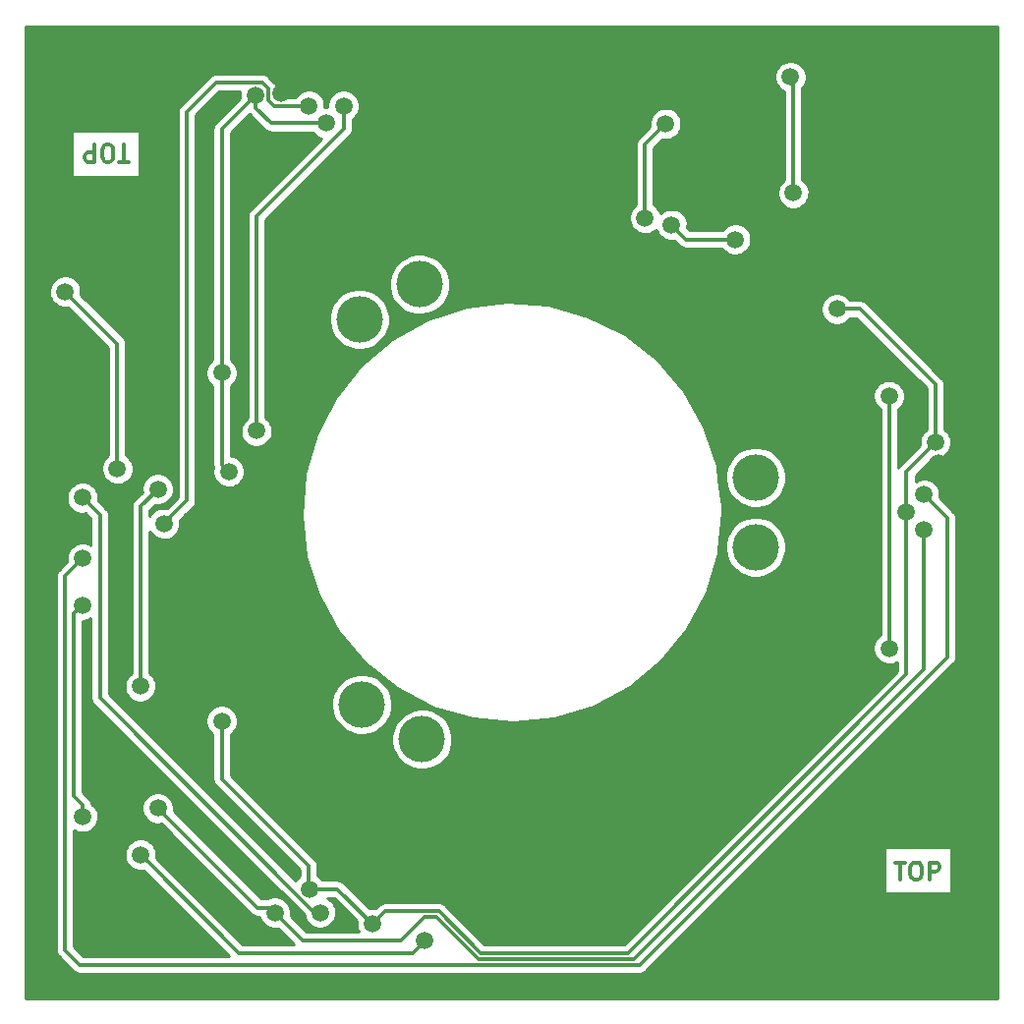
<source format=gtl>
G04 #@! TF.FileFunction,Copper,L1,Top,Signal*
%FSLAX46Y46*%
G04 Gerber Fmt 4.6, Leading zero omitted, Abs format (unit mm)*
G04 Created by KiCad (PCBNEW 4.0.2-stable) date Mon 19 Sep 2016 06:41:33 PM CEST*
%MOMM*%
G01*
G04 APERTURE LIST*
%ADD10C,0.100000*%
%ADD11C,0.300000*%
%ADD12C,4.000000*%
%ADD13C,1.500000*%
%ADD14C,0.254000*%
G04 APERTURE END LIST*
D10*
D11*
X66964286Y-69821429D02*
X66107143Y-69821429D01*
X66535714Y-68321429D02*
X66535714Y-69821429D01*
X65321429Y-69821429D02*
X65035715Y-69821429D01*
X64892857Y-69750000D01*
X64750000Y-69607143D01*
X64678572Y-69321429D01*
X64678572Y-68821429D01*
X64750000Y-68535714D01*
X64892857Y-68392857D01*
X65035715Y-68321429D01*
X65321429Y-68321429D01*
X65464286Y-68392857D01*
X65607143Y-68535714D01*
X65678572Y-68821429D01*
X65678572Y-69321429D01*
X65607143Y-69607143D01*
X65464286Y-69750000D01*
X65321429Y-69821429D01*
X64035714Y-68321429D02*
X64035714Y-69821429D01*
X63464286Y-69821429D01*
X63321428Y-69750000D01*
X63250000Y-69678571D01*
X63178571Y-69535714D01*
X63178571Y-69321429D01*
X63250000Y-69178571D01*
X63321428Y-69107143D01*
X63464286Y-69035714D01*
X64035714Y-69035714D01*
X133035714Y-130178571D02*
X133892857Y-130178571D01*
X133464286Y-131678571D02*
X133464286Y-130178571D01*
X134678571Y-130178571D02*
X134964285Y-130178571D01*
X135107143Y-130250000D01*
X135250000Y-130392857D01*
X135321428Y-130678571D01*
X135321428Y-131178571D01*
X135250000Y-131464286D01*
X135107143Y-131607143D01*
X134964285Y-131678571D01*
X134678571Y-131678571D01*
X134535714Y-131607143D01*
X134392857Y-131464286D01*
X134321428Y-131178571D01*
X134321428Y-130678571D01*
X134392857Y-130392857D01*
X134535714Y-130250000D01*
X134678571Y-130178571D01*
X135964286Y-131678571D02*
X135964286Y-130178571D01*
X136535714Y-130178571D01*
X136678572Y-130250000D01*
X136750000Y-130321429D01*
X136821429Y-130464286D01*
X136821429Y-130678571D01*
X136750000Y-130821429D01*
X136678572Y-130892857D01*
X136535714Y-130964286D01*
X135964286Y-130964286D01*
D12*
X65000000Y-135000000D03*
X135000000Y-135000000D03*
X65000000Y-65000000D03*
X135000000Y-65000000D03*
X92258330Y-119562178D03*
X87062178Y-116562178D03*
X86857695Y-83370835D03*
X92053848Y-80370835D03*
X121000000Y-97000000D03*
X121000000Y-103000000D03*
X100000000Y-135000000D03*
X100000000Y-65000000D03*
D13*
X66250000Y-113000000D03*
X72249992Y-110500000D03*
X136750000Y-95750000D03*
X131000000Y-109500000D03*
X138000000Y-90000000D03*
X80100010Y-63890535D03*
X92000000Y-76500000D03*
X77500000Y-119500000D03*
X86000000Y-135499998D03*
X75600010Y-96500000D03*
X75000000Y-118000000D03*
X82527825Y-132472175D03*
X77899990Y-64100010D03*
X128000000Y-82500000D03*
X75000000Y-88000000D03*
X136500000Y-94000010D03*
X88000000Y-135500000D03*
X84000000Y-66500000D03*
X134000000Y-100000000D03*
X132500000Y-90000000D03*
X132500000Y-111750000D03*
X67999999Y-129500000D03*
X68000000Y-115000000D03*
X92500000Y-136899990D03*
X69500000Y-98000000D03*
X63000000Y-108000000D03*
X63000000Y-126250000D03*
X78000000Y-93000000D03*
X69500000Y-125500000D03*
X79575054Y-134500000D03*
X85500000Y-65000000D03*
X135500000Y-101500000D03*
X63000000Y-98750000D03*
X83500000Y-134500000D03*
X63000000Y-104000000D03*
X135500000Y-98500000D03*
X70000000Y-101000000D03*
X82500000Y-65000000D03*
X119250000Y-76500000D03*
X113750000Y-75250000D03*
X61500000Y-81000000D03*
X66000000Y-96250000D03*
X124000000Y-62500000D03*
X124250000Y-72500000D03*
X111464466Y-74662951D03*
X113232233Y-66531223D03*
D11*
X136750000Y-95750000D02*
X138000000Y-94500000D01*
X138000000Y-94500000D02*
X138000000Y-90000000D01*
X136500000Y-94000010D02*
X136500000Y-89000000D01*
X136500000Y-89000000D02*
X130000000Y-82500000D01*
X130000000Y-82500000D02*
X128000000Y-82500000D01*
X93735113Y-134399987D02*
X97335126Y-138000000D01*
X134000000Y-114000000D02*
X134000000Y-101060660D01*
X134000000Y-101060660D02*
X134000000Y-100000000D01*
X110000000Y-138000000D02*
X134000000Y-114000000D01*
X97335126Y-138000000D02*
X110000000Y-138000000D01*
X89100013Y-134399987D02*
X93735113Y-134399987D01*
X88000000Y-135500000D02*
X89100013Y-134399987D01*
X75000000Y-88000000D02*
X75000000Y-95899990D01*
X75000000Y-95899990D02*
X75600010Y-96500000D01*
X75000000Y-123000000D02*
X75000000Y-118000000D01*
X75000000Y-123000000D02*
X82500000Y-130500000D01*
X82500000Y-130500000D02*
X82500000Y-132444350D01*
X82500000Y-132444350D02*
X82527825Y-132472175D01*
X83588485Y-132472175D02*
X82527825Y-132472175D01*
X84972175Y-132472175D02*
X83588485Y-132472175D01*
X88000000Y-135500000D02*
X84972175Y-132472175D01*
X75000000Y-67000000D02*
X77149991Y-64850009D01*
X84000000Y-66500000D02*
X79239320Y-66500000D01*
X77899990Y-65160670D02*
X77899990Y-64100010D01*
X79239320Y-66500000D02*
X77899990Y-65160670D01*
X75000000Y-88000000D02*
X75000000Y-67000000D01*
X77149991Y-64850009D02*
X77899990Y-64100010D01*
X134000000Y-100000000D02*
X134000000Y-96500010D01*
X135750001Y-94750009D02*
X136500000Y-94000010D01*
X134000000Y-96500010D02*
X135750001Y-94750009D01*
X132500000Y-110689340D02*
X132500000Y-90000000D01*
X132500000Y-111750000D02*
X132500000Y-110689340D01*
X91500000Y-138000000D02*
X76499999Y-138000000D01*
X76499999Y-138000000D02*
X68749998Y-130249999D01*
X68749998Y-130249999D02*
X67999999Y-129500000D01*
X68000000Y-99500000D02*
X68000000Y-113939340D01*
X69500000Y-98000000D02*
X68000000Y-99500000D01*
X68000000Y-113939340D02*
X68000000Y-115000000D01*
X92500000Y-137000000D02*
X92500000Y-136899990D01*
X92250001Y-137249999D02*
X92500000Y-137000000D01*
X91500000Y-138000000D02*
X92250001Y-137249999D01*
X62250000Y-108750000D02*
X63000000Y-108000000D01*
X62250000Y-124439340D02*
X62250000Y-108750000D01*
X63000000Y-126250000D02*
X63000000Y-125189340D01*
X63000000Y-125189340D02*
X62250000Y-124439340D01*
X135500000Y-101500000D02*
X135500000Y-113500000D01*
X81975052Y-136899998D02*
X80325053Y-135249999D01*
X135500000Y-113500000D02*
X110500000Y-138500000D01*
X110500000Y-138500000D02*
X97128004Y-138500000D01*
X97128004Y-138500000D02*
X93528002Y-134899998D01*
X93528002Y-134899998D02*
X92471998Y-134899998D01*
X92471998Y-134899998D02*
X90471998Y-136899998D01*
X90471998Y-136899998D02*
X81975052Y-136899998D01*
X80325053Y-135249999D02*
X79575054Y-134500000D01*
X78000000Y-91939340D02*
X78000000Y-93000000D01*
X78000000Y-74500000D02*
X78000000Y-91939340D01*
X85500000Y-67000000D02*
X78000000Y-74500000D01*
X85500000Y-65000000D02*
X85500000Y-67000000D01*
X79575054Y-134075054D02*
X78075054Y-134075054D01*
X78075054Y-134075054D02*
X70249999Y-126249999D01*
X70249999Y-126249999D02*
X69500000Y-125500000D01*
X64500000Y-102500000D02*
X64500000Y-100250000D01*
X64500000Y-100250000D02*
X63000000Y-98750000D01*
X64500000Y-102500000D02*
X64500000Y-116000000D01*
X64500000Y-116000000D02*
X83000000Y-134500000D01*
X83000000Y-134500000D02*
X83500000Y-134500000D01*
X61499986Y-137749986D02*
X61499986Y-105500014D01*
X62750000Y-139000000D02*
X61499986Y-137749986D01*
X111000000Y-139000000D02*
X62750000Y-139000000D01*
X137500000Y-100500000D02*
X137500000Y-112500000D01*
X137500000Y-112500000D02*
X111000000Y-139000000D01*
X61499986Y-105500014D02*
X63000000Y-104000000D01*
X135500000Y-98500000D02*
X137500000Y-100500000D01*
X82500000Y-65000000D02*
X79500000Y-65000000D01*
X79500000Y-65000000D02*
X79000000Y-64500000D01*
X79000000Y-64500000D02*
X79000000Y-63500000D01*
X79000000Y-63500000D02*
X78500000Y-63000000D01*
X78500000Y-63000000D02*
X74500000Y-63000000D01*
X72000000Y-99000000D02*
X70749999Y-100250001D01*
X74500000Y-63000000D02*
X72000000Y-65500000D01*
X72000000Y-65500000D02*
X72000000Y-99000000D01*
X70749999Y-100250001D02*
X70000000Y-101000000D01*
X115000000Y-76500000D02*
X119250000Y-76500000D01*
X113750000Y-75250000D02*
X115000000Y-76500000D01*
X62249999Y-81749999D02*
X61500000Y-81000000D01*
X66000000Y-85500000D02*
X62249999Y-81749999D01*
X66000000Y-96250000D02*
X66000000Y-85500000D01*
X124250000Y-62750000D02*
X124000000Y-62500000D01*
X124250000Y-72500000D02*
X124250000Y-62750000D01*
X113232233Y-66531223D02*
X111464466Y-68298990D01*
X111464466Y-68298990D02*
X111464466Y-74662951D01*
D14*
G36*
X141872500Y-141872500D02*
X58127500Y-141872500D01*
X58127500Y-105500014D01*
X60722986Y-105500014D01*
X60722986Y-137749986D01*
X60729995Y-137821468D01*
X60736246Y-137892916D01*
X60737385Y-137896836D01*
X60737784Y-137900906D01*
X60758540Y-137969654D01*
X60778553Y-138038539D01*
X60780433Y-138042165D01*
X60781614Y-138046078D01*
X60815311Y-138109453D01*
X60848339Y-138173171D01*
X60850889Y-138176365D01*
X60852806Y-138179971D01*
X60898149Y-138235567D01*
X60942946Y-138291683D01*
X60948556Y-138297372D01*
X60948650Y-138297487D01*
X60948756Y-138297575D01*
X60950564Y-138299408D01*
X62200578Y-139549422D01*
X62256059Y-139594995D01*
X62311021Y-139641113D01*
X62314601Y-139643081D01*
X62317759Y-139645675D01*
X62381031Y-139679602D01*
X62443907Y-139714168D01*
X62447799Y-139715403D01*
X62451403Y-139717335D01*
X62520074Y-139738330D01*
X62588453Y-139760021D01*
X62592512Y-139760476D01*
X62596420Y-139761671D01*
X62667828Y-139768924D01*
X62739151Y-139776924D01*
X62747140Y-139776980D01*
X62747288Y-139776995D01*
X62747426Y-139776982D01*
X62750000Y-139777000D01*
X111000000Y-139777000D01*
X111071482Y-139769991D01*
X111142930Y-139763740D01*
X111146850Y-139762601D01*
X111150920Y-139762202D01*
X111219668Y-139741446D01*
X111288553Y-139721433D01*
X111292179Y-139719553D01*
X111296092Y-139718372D01*
X111359467Y-139684675D01*
X111423185Y-139651647D01*
X111426379Y-139649097D01*
X111429985Y-139647180D01*
X111485581Y-139601837D01*
X111541697Y-139557040D01*
X111547386Y-139551430D01*
X111547501Y-139551336D01*
X111547589Y-139551230D01*
X111549422Y-139549422D01*
X122225844Y-128873000D01*
X132115857Y-128873000D01*
X132115857Y-132827000D01*
X137884143Y-132827000D01*
X137884143Y-128873000D01*
X132115857Y-128873000D01*
X122225844Y-128873000D01*
X138049422Y-113049422D01*
X138094991Y-112993945D01*
X138141113Y-112938979D01*
X138143082Y-112935398D01*
X138145674Y-112932242D01*
X138179573Y-112869022D01*
X138214168Y-112806093D01*
X138215404Y-112802196D01*
X138217334Y-112798597D01*
X138238302Y-112730013D01*
X138260021Y-112661547D01*
X138260477Y-112657482D01*
X138261670Y-112653580D01*
X138268918Y-112582222D01*
X138276924Y-112510849D01*
X138276980Y-112502860D01*
X138276995Y-112502712D01*
X138276982Y-112502574D01*
X138277000Y-112500000D01*
X138277000Y-100500000D01*
X138269991Y-100428518D01*
X138263740Y-100357070D01*
X138262601Y-100353150D01*
X138262202Y-100349080D01*
X138241446Y-100280332D01*
X138221433Y-100211447D01*
X138219553Y-100207821D01*
X138218372Y-100203908D01*
X138184675Y-100140533D01*
X138151647Y-100076815D01*
X138149097Y-100073621D01*
X138147180Y-100070015D01*
X138101837Y-100014419D01*
X138057040Y-99958303D01*
X138051430Y-99952614D01*
X138051336Y-99952499D01*
X138051230Y-99952411D01*
X138049422Y-99950578D01*
X136854148Y-98755304D01*
X136872752Y-98673419D01*
X136877059Y-98364978D01*
X136824608Y-98100077D01*
X136721702Y-97850410D01*
X136572262Y-97625484D01*
X136381980Y-97433869D01*
X136158104Y-97282863D01*
X135909160Y-97178217D01*
X135644632Y-97123917D01*
X135374595Y-97122032D01*
X135109335Y-97172633D01*
X134858954Y-97273793D01*
X134777000Y-97327422D01*
X134777000Y-96821854D01*
X136244966Y-95353888D01*
X136336169Y-95373940D01*
X136606153Y-95379595D01*
X136872094Y-95332702D01*
X137123863Y-95235048D01*
X137351868Y-95090351D01*
X137547426Y-94904124D01*
X137703088Y-94683459D01*
X137812925Y-94436762D01*
X137872752Y-94173429D01*
X137877059Y-93864988D01*
X137824608Y-93600087D01*
X137721702Y-93350420D01*
X137572262Y-93125494D01*
X137381980Y-92933879D01*
X137277000Y-92863069D01*
X137277000Y-89000000D01*
X137269991Y-88928518D01*
X137263740Y-88857070D01*
X137262601Y-88853150D01*
X137262202Y-88849080D01*
X137241446Y-88780332D01*
X137221433Y-88711447D01*
X137219553Y-88707821D01*
X137218372Y-88703908D01*
X137184675Y-88640533D01*
X137151647Y-88576815D01*
X137149097Y-88573621D01*
X137147180Y-88570015D01*
X137101837Y-88514419D01*
X137057040Y-88458303D01*
X137051430Y-88452614D01*
X137051336Y-88452499D01*
X137051230Y-88452411D01*
X137049422Y-88450578D01*
X130549422Y-81950578D01*
X130493919Y-81904987D01*
X130438979Y-81858887D01*
X130435401Y-81856920D01*
X130432242Y-81854325D01*
X130368983Y-81820406D01*
X130306093Y-81785832D01*
X130302196Y-81784596D01*
X130298597Y-81782666D01*
X130229971Y-81761685D01*
X130161547Y-81739979D01*
X130157488Y-81739524D01*
X130153580Y-81738329D01*
X130082172Y-81731076D01*
X130010849Y-81723076D01*
X130002860Y-81723020D01*
X130002712Y-81723005D01*
X130002574Y-81723018D01*
X130000000Y-81723000D01*
X129137051Y-81723000D01*
X129072262Y-81625484D01*
X128881980Y-81433869D01*
X128658104Y-81282863D01*
X128409160Y-81178217D01*
X128144632Y-81123917D01*
X127874595Y-81122032D01*
X127609335Y-81172633D01*
X127358954Y-81273793D01*
X127132991Y-81421659D01*
X126940053Y-81610599D01*
X126787487Y-81833415D01*
X126681105Y-82081622D01*
X126624960Y-82345765D01*
X126621190Y-82615782D01*
X126669938Y-82881389D01*
X126769347Y-83132469D01*
X126915632Y-83359459D01*
X127103220Y-83553712D01*
X127324967Y-83707830D01*
X127572425Y-83815942D01*
X127836169Y-83873930D01*
X128106153Y-83879585D01*
X128372094Y-83832692D01*
X128623863Y-83735038D01*
X128851868Y-83590341D01*
X129047426Y-83404114D01*
X129137095Y-83277000D01*
X129678156Y-83277000D01*
X135723000Y-89321844D01*
X135723000Y-92862769D01*
X135632991Y-92921669D01*
X135440053Y-93110609D01*
X135287487Y-93333425D01*
X135181105Y-93581632D01*
X135124960Y-93845775D01*
X135121190Y-94115792D01*
X135146651Y-94254515D01*
X133450578Y-95950588D01*
X133404987Y-96006091D01*
X133358887Y-96061031D01*
X133356920Y-96064609D01*
X133354325Y-96067768D01*
X133320406Y-96131027D01*
X133285832Y-96193917D01*
X133284596Y-96197814D01*
X133282666Y-96201413D01*
X133277000Y-96219945D01*
X133277000Y-91137854D01*
X133351868Y-91090341D01*
X133547426Y-90904114D01*
X133703088Y-90683449D01*
X133812925Y-90436752D01*
X133872752Y-90173419D01*
X133877059Y-89864978D01*
X133824608Y-89600077D01*
X133721702Y-89350410D01*
X133572262Y-89125484D01*
X133381980Y-88933869D01*
X133158104Y-88782863D01*
X132909160Y-88678217D01*
X132644632Y-88623917D01*
X132374595Y-88622032D01*
X132109335Y-88672633D01*
X131858954Y-88773793D01*
X131632991Y-88921659D01*
X131440053Y-89110599D01*
X131287487Y-89333415D01*
X131181105Y-89581622D01*
X131124960Y-89845765D01*
X131121190Y-90115782D01*
X131169938Y-90381389D01*
X131269347Y-90632469D01*
X131415632Y-90859459D01*
X131603220Y-91053712D01*
X131723000Y-91136961D01*
X131723000Y-110612759D01*
X131632991Y-110671659D01*
X131440053Y-110860599D01*
X131287487Y-111083415D01*
X131181105Y-111331622D01*
X131124960Y-111595765D01*
X131121190Y-111865782D01*
X131169938Y-112131389D01*
X131269347Y-112382469D01*
X131415632Y-112609459D01*
X131603220Y-112803712D01*
X131824967Y-112957830D01*
X132072425Y-113065942D01*
X132336169Y-113123930D01*
X132606153Y-113129585D01*
X132872094Y-113082692D01*
X133123863Y-112985038D01*
X133223000Y-112922123D01*
X133223000Y-113678156D01*
X109678156Y-137223000D01*
X97656970Y-137223000D01*
X94284535Y-133850565D01*
X94229032Y-133804974D01*
X94174092Y-133758874D01*
X94170514Y-133756907D01*
X94167355Y-133754312D01*
X94104096Y-133720393D01*
X94041206Y-133685819D01*
X94037309Y-133684583D01*
X94033710Y-133682653D01*
X93965084Y-133661672D01*
X93896660Y-133639966D01*
X93892601Y-133639511D01*
X93888693Y-133638316D01*
X93817285Y-133631063D01*
X93745962Y-133623063D01*
X93737973Y-133623007D01*
X93737825Y-133622992D01*
X93737687Y-133623005D01*
X93735113Y-133622987D01*
X89100013Y-133622987D01*
X89028540Y-133629995D01*
X88957082Y-133636247D01*
X88953161Y-133637386D01*
X88949093Y-133637785D01*
X88880357Y-133658538D01*
X88811460Y-133678554D01*
X88807834Y-133680434D01*
X88803921Y-133681615D01*
X88740546Y-133715312D01*
X88676828Y-133748340D01*
X88673634Y-133750889D01*
X88670028Y-133752807D01*
X88614401Y-133798175D01*
X88558316Y-133842948D01*
X88552629Y-133848556D01*
X88552512Y-133848651D01*
X88552423Y-133848759D01*
X88550591Y-133850565D01*
X88254655Y-134146501D01*
X88144632Y-134123917D01*
X87874595Y-134122032D01*
X87745502Y-134146658D01*
X85521597Y-131922753D01*
X85466094Y-131877162D01*
X85411154Y-131831062D01*
X85407576Y-131829095D01*
X85404417Y-131826500D01*
X85341158Y-131792581D01*
X85278268Y-131758007D01*
X85274371Y-131756771D01*
X85270772Y-131754841D01*
X85202146Y-131733860D01*
X85133722Y-131712154D01*
X85129663Y-131711699D01*
X85125755Y-131710504D01*
X85054347Y-131703251D01*
X84983024Y-131695251D01*
X84975035Y-131695195D01*
X84974887Y-131695180D01*
X84974749Y-131695193D01*
X84972175Y-131695175D01*
X83664876Y-131695175D01*
X83600087Y-131597659D01*
X83409805Y-131406044D01*
X83277000Y-131316466D01*
X83277000Y-130500000D01*
X83269996Y-130428568D01*
X83263741Y-130357070D01*
X83262601Y-130353144D01*
X83262202Y-130349080D01*
X83241468Y-130280406D01*
X83221434Y-130211448D01*
X83219553Y-130207819D01*
X83218372Y-130203908D01*
X83184684Y-130140550D01*
X83151647Y-130076815D01*
X83149097Y-130073621D01*
X83147180Y-130070015D01*
X83101837Y-130014419D01*
X83057040Y-129958303D01*
X83051430Y-129952614D01*
X83051336Y-129952499D01*
X83051230Y-129952411D01*
X83049422Y-129950578D01*
X75777000Y-122678156D01*
X75777000Y-119783063D01*
X89627877Y-119783063D01*
X89720877Y-120289781D01*
X89910528Y-120768784D01*
X90189606Y-121201829D01*
X90547481Y-121572419D01*
X90970521Y-121866440D01*
X91442614Y-122072692D01*
X91945778Y-122183320D01*
X92460846Y-122194109D01*
X92968201Y-122104649D01*
X93448516Y-121918347D01*
X93883498Y-121642299D01*
X94256578Y-121287020D01*
X94553545Y-120866042D01*
X94763088Y-120395400D01*
X94877226Y-119893022D01*
X94885443Y-119304587D01*
X94785377Y-118799218D01*
X94589056Y-118322909D01*
X94303959Y-117893803D01*
X93940945Y-117528246D01*
X93513840Y-117240160D01*
X93038914Y-117040519D01*
X92534255Y-116936928D01*
X92019086Y-116933331D01*
X91513030Y-117029866D01*
X91035362Y-117222857D01*
X90604277Y-117504951D01*
X90236194Y-117865404D01*
X89945134Y-118290488D01*
X89742182Y-118764009D01*
X89635070Y-119267932D01*
X89627877Y-119783063D01*
X75777000Y-119783063D01*
X75777000Y-119137854D01*
X75851868Y-119090341D01*
X76047426Y-118904114D01*
X76203088Y-118683449D01*
X76312925Y-118436752D01*
X76372752Y-118173419D01*
X76377059Y-117864978D01*
X76324608Y-117600077D01*
X76221702Y-117350410D01*
X76072262Y-117125484D01*
X75881980Y-116933869D01*
X75658401Y-116783063D01*
X84431725Y-116783063D01*
X84524725Y-117289781D01*
X84714376Y-117768784D01*
X84993454Y-118201829D01*
X85351329Y-118572419D01*
X85774369Y-118866440D01*
X86246462Y-119072692D01*
X86749626Y-119183320D01*
X87264694Y-119194109D01*
X87772049Y-119104649D01*
X88252364Y-118918347D01*
X88687346Y-118642299D01*
X89060426Y-118287020D01*
X89357393Y-117866042D01*
X89566936Y-117395400D01*
X89681074Y-116893022D01*
X89689291Y-116304587D01*
X89589225Y-115799218D01*
X89392904Y-115322909D01*
X89107807Y-114893803D01*
X88744793Y-114528246D01*
X88317688Y-114240160D01*
X87842762Y-114040519D01*
X87338103Y-113936928D01*
X86822934Y-113933331D01*
X86316878Y-114029866D01*
X85839210Y-114222857D01*
X85408125Y-114504951D01*
X85040042Y-114865404D01*
X84748982Y-115290488D01*
X84546030Y-115764009D01*
X84438918Y-116267932D01*
X84431725Y-116783063D01*
X75658401Y-116783063D01*
X75658104Y-116782863D01*
X75409160Y-116678217D01*
X75144632Y-116623917D01*
X74874595Y-116622032D01*
X74609335Y-116672633D01*
X74358954Y-116773793D01*
X74132991Y-116921659D01*
X73940053Y-117110599D01*
X73787487Y-117333415D01*
X73681105Y-117581622D01*
X73624960Y-117845765D01*
X73621190Y-118115782D01*
X73669938Y-118381389D01*
X73769347Y-118632469D01*
X73915632Y-118859459D01*
X74103220Y-119053712D01*
X74223000Y-119136961D01*
X74223000Y-123000000D01*
X74230009Y-123071482D01*
X74236260Y-123142930D01*
X74237399Y-123146850D01*
X74237798Y-123150920D01*
X74258554Y-123219668D01*
X74278567Y-123288553D01*
X74280447Y-123292179D01*
X74281628Y-123296092D01*
X74315325Y-123359467D01*
X74348353Y-123423185D01*
X74350903Y-123426379D01*
X74352820Y-123429985D01*
X74398163Y-123485581D01*
X74442960Y-123541697D01*
X74448570Y-123547386D01*
X74448664Y-123547501D01*
X74448770Y-123547589D01*
X74450578Y-123549422D01*
X81723000Y-130821844D01*
X81723000Y-131353142D01*
X81660816Y-131393834D01*
X81467878Y-131582774D01*
X81351534Y-131752690D01*
X65277000Y-115678156D01*
X65277000Y-115115782D01*
X66621190Y-115115782D01*
X66669938Y-115381389D01*
X66769347Y-115632469D01*
X66915632Y-115859459D01*
X67103220Y-116053712D01*
X67324967Y-116207830D01*
X67572425Y-116315942D01*
X67836169Y-116373930D01*
X68106153Y-116379585D01*
X68372094Y-116332692D01*
X68623863Y-116235038D01*
X68851868Y-116090341D01*
X69047426Y-115904114D01*
X69203088Y-115683449D01*
X69312925Y-115436752D01*
X69372752Y-115173419D01*
X69377059Y-114864978D01*
X69324608Y-114600077D01*
X69221702Y-114350410D01*
X69072262Y-114125484D01*
X68881980Y-113933869D01*
X68777000Y-113863059D01*
X68777000Y-101644344D01*
X68915632Y-101859459D01*
X69103220Y-102053712D01*
X69324967Y-102207830D01*
X69572425Y-102315942D01*
X69836169Y-102373930D01*
X70106153Y-102379585D01*
X70372094Y-102332692D01*
X70623863Y-102235038D01*
X70851868Y-102090341D01*
X71047426Y-101904114D01*
X71203088Y-101683449D01*
X71312925Y-101436752D01*
X71372752Y-101173419D01*
X71377059Y-100864978D01*
X71353392Y-100745452D01*
X71845745Y-100253099D01*
X81874267Y-100253099D01*
X82268629Y-103768919D01*
X83338374Y-107141182D01*
X85042755Y-110241439D01*
X87316853Y-112951604D01*
X90074048Y-115168445D01*
X93209319Y-116807525D01*
X96603245Y-117806412D01*
X100126553Y-118127058D01*
X103645040Y-117757250D01*
X107024689Y-116711074D01*
X110136769Y-115028379D01*
X112862744Y-112773257D01*
X115098780Y-110031605D01*
X116759708Y-106907853D01*
X117782265Y-103520983D01*
X117811689Y-103220885D01*
X118369547Y-103220885D01*
X118462547Y-103727603D01*
X118652198Y-104206606D01*
X118931276Y-104639651D01*
X119289151Y-105010241D01*
X119712191Y-105304262D01*
X120184284Y-105510514D01*
X120687448Y-105621142D01*
X121202516Y-105631931D01*
X121709871Y-105542471D01*
X122190186Y-105356169D01*
X122625168Y-105080121D01*
X122998248Y-104724842D01*
X123295215Y-104303864D01*
X123504758Y-103833222D01*
X123618896Y-103330844D01*
X123627113Y-102742409D01*
X123527047Y-102237040D01*
X123330726Y-101760731D01*
X123045629Y-101331625D01*
X122682615Y-100966068D01*
X122255510Y-100677982D01*
X121780584Y-100478341D01*
X121275925Y-100374750D01*
X120760756Y-100371153D01*
X120254700Y-100467688D01*
X119777032Y-100660679D01*
X119345947Y-100942773D01*
X118977864Y-101303226D01*
X118686804Y-101728310D01*
X118483852Y-102201831D01*
X118376740Y-102705754D01*
X118369547Y-103220885D01*
X117811689Y-103220885D01*
X118127500Y-100000000D01*
X118120432Y-99493850D01*
X117833290Y-97220885D01*
X118369547Y-97220885D01*
X118462547Y-97727603D01*
X118652198Y-98206606D01*
X118931276Y-98639651D01*
X119289151Y-99010241D01*
X119712191Y-99304262D01*
X120184284Y-99510514D01*
X120687448Y-99621142D01*
X121202516Y-99631931D01*
X121709871Y-99542471D01*
X122190186Y-99356169D01*
X122625168Y-99080121D01*
X122998248Y-98724842D01*
X123295215Y-98303864D01*
X123504758Y-97833222D01*
X123618896Y-97330844D01*
X123627113Y-96742409D01*
X123527047Y-96237040D01*
X123330726Y-95760731D01*
X123045629Y-95331625D01*
X122682615Y-94966068D01*
X122255510Y-94677982D01*
X121780584Y-94478341D01*
X121275925Y-94374750D01*
X120760756Y-94371153D01*
X120254700Y-94467688D01*
X119777032Y-94660679D01*
X119345947Y-94942773D01*
X118977864Y-95303226D01*
X118686804Y-95728310D01*
X118483852Y-96201831D01*
X118376740Y-96705754D01*
X118369547Y-97220885D01*
X117833290Y-97220885D01*
X117677020Y-95983880D01*
X116560295Y-92626882D01*
X114812794Y-89550723D01*
X112501078Y-86872575D01*
X109713200Y-84694446D01*
X106555349Y-83099300D01*
X103147807Y-82147897D01*
X99620366Y-81876476D01*
X96107385Y-82295373D01*
X92742673Y-83388635D01*
X89654390Y-85114618D01*
X86960168Y-87407580D01*
X84762629Y-90180184D01*
X83145477Y-93326822D01*
X82170308Y-96727639D01*
X81874267Y-100253099D01*
X71845745Y-100253099D01*
X72549422Y-99549422D01*
X72594991Y-99493945D01*
X72641113Y-99438979D01*
X72643082Y-99435398D01*
X72645674Y-99432242D01*
X72679573Y-99369022D01*
X72714168Y-99306093D01*
X72715404Y-99302196D01*
X72717334Y-99298597D01*
X72738302Y-99230013D01*
X72760021Y-99161547D01*
X72760477Y-99157482D01*
X72761670Y-99153580D01*
X72768918Y-99082222D01*
X72776924Y-99010849D01*
X72776980Y-99002860D01*
X72776995Y-99002712D01*
X72776982Y-99002574D01*
X72777000Y-99000000D01*
X72777000Y-65821844D01*
X74821844Y-63777000D01*
X76560824Y-63777000D01*
X76524950Y-63945775D01*
X76521180Y-64215792D01*
X76546641Y-64354515D01*
X74450578Y-66450578D01*
X74404987Y-66506081D01*
X74358887Y-66561021D01*
X74356920Y-66564599D01*
X74354325Y-66567758D01*
X74320406Y-66631017D01*
X74285832Y-66693907D01*
X74284596Y-66697804D01*
X74282666Y-66701403D01*
X74261685Y-66770029D01*
X74239979Y-66838453D01*
X74239524Y-66842512D01*
X74238329Y-66846420D01*
X74231076Y-66917828D01*
X74223076Y-66989151D01*
X74223020Y-66997140D01*
X74223005Y-66997288D01*
X74223018Y-66997426D01*
X74223000Y-67000000D01*
X74223000Y-86862759D01*
X74132991Y-86921659D01*
X73940053Y-87110599D01*
X73787487Y-87333415D01*
X73681105Y-87581622D01*
X73624960Y-87845765D01*
X73621190Y-88115782D01*
X73669938Y-88381389D01*
X73769347Y-88632469D01*
X73915632Y-88859459D01*
X74103220Y-89053712D01*
X74223000Y-89136961D01*
X74223000Y-95899990D01*
X74230009Y-95971472D01*
X74236260Y-96042920D01*
X74237399Y-96046840D01*
X74237798Y-96050910D01*
X74258554Y-96119658D01*
X74266914Y-96148433D01*
X74224970Y-96345765D01*
X74221200Y-96615782D01*
X74269948Y-96881389D01*
X74369357Y-97132469D01*
X74515642Y-97359459D01*
X74703230Y-97553712D01*
X74924977Y-97707830D01*
X75172435Y-97815942D01*
X75436179Y-97873930D01*
X75706163Y-97879585D01*
X75972104Y-97832692D01*
X76223873Y-97735038D01*
X76451878Y-97590341D01*
X76647436Y-97404114D01*
X76803098Y-97183449D01*
X76912935Y-96936752D01*
X76972762Y-96673419D01*
X76977069Y-96364978D01*
X76924618Y-96100077D01*
X76821712Y-95850410D01*
X76672272Y-95625484D01*
X76481990Y-95433869D01*
X76258114Y-95282863D01*
X76009170Y-95178217D01*
X75777000Y-95130559D01*
X75777000Y-89137854D01*
X75851868Y-89090341D01*
X76047426Y-88904114D01*
X76203088Y-88683449D01*
X76312925Y-88436752D01*
X76372752Y-88173419D01*
X76377059Y-87864978D01*
X76324608Y-87600077D01*
X76221702Y-87350410D01*
X76072262Y-87125484D01*
X75881980Y-86933869D01*
X75777000Y-86863059D01*
X75777000Y-67321844D01*
X77369660Y-65729184D01*
X78689898Y-67049422D01*
X78745379Y-67094995D01*
X78800341Y-67141113D01*
X78803921Y-67143081D01*
X78807079Y-67145675D01*
X78870351Y-67179602D01*
X78933227Y-67214168D01*
X78937119Y-67215403D01*
X78940723Y-67217335D01*
X79009394Y-67238330D01*
X79077773Y-67260021D01*
X79081832Y-67260476D01*
X79085740Y-67261671D01*
X79157148Y-67268924D01*
X79228471Y-67276924D01*
X79236460Y-67276980D01*
X79236608Y-67276995D01*
X79236746Y-67276982D01*
X79239320Y-67277000D01*
X82862491Y-67277000D01*
X82915632Y-67359459D01*
X83103220Y-67553712D01*
X83324967Y-67707830D01*
X83572425Y-67815942D01*
X83582909Y-67818247D01*
X77450578Y-73950578D01*
X77404987Y-74006081D01*
X77358887Y-74061021D01*
X77356920Y-74064599D01*
X77354325Y-74067758D01*
X77320406Y-74131017D01*
X77285832Y-74193907D01*
X77284596Y-74197804D01*
X77282666Y-74201403D01*
X77261685Y-74270029D01*
X77239979Y-74338453D01*
X77239524Y-74342512D01*
X77238329Y-74346420D01*
X77231076Y-74417828D01*
X77223076Y-74489151D01*
X77223020Y-74497140D01*
X77223005Y-74497288D01*
X77223018Y-74497426D01*
X77223000Y-74500000D01*
X77223000Y-91862759D01*
X77132991Y-91921659D01*
X76940053Y-92110599D01*
X76787487Y-92333415D01*
X76681105Y-92581622D01*
X76624960Y-92845765D01*
X76621190Y-93115782D01*
X76669938Y-93381389D01*
X76769347Y-93632469D01*
X76915632Y-93859459D01*
X77103220Y-94053712D01*
X77324967Y-94207830D01*
X77572425Y-94315942D01*
X77836169Y-94373930D01*
X78106153Y-94379585D01*
X78372094Y-94332692D01*
X78623863Y-94235038D01*
X78851868Y-94090341D01*
X79047426Y-93904114D01*
X79203088Y-93683449D01*
X79312925Y-93436752D01*
X79372752Y-93173419D01*
X79377059Y-92864978D01*
X79324608Y-92600077D01*
X79221702Y-92350410D01*
X79072262Y-92125484D01*
X78881980Y-91933869D01*
X78777000Y-91863059D01*
X78777000Y-83591720D01*
X84227242Y-83591720D01*
X84320242Y-84098438D01*
X84509893Y-84577441D01*
X84788971Y-85010486D01*
X85146846Y-85381076D01*
X85569886Y-85675097D01*
X86041979Y-85881349D01*
X86545143Y-85991977D01*
X87060211Y-86002766D01*
X87567566Y-85913306D01*
X88047881Y-85727004D01*
X88482863Y-85450956D01*
X88855943Y-85095677D01*
X89152910Y-84674699D01*
X89362453Y-84204057D01*
X89476591Y-83701679D01*
X89484808Y-83113244D01*
X89384742Y-82607875D01*
X89188421Y-82131566D01*
X88903324Y-81702460D01*
X88540310Y-81336903D01*
X88113205Y-81048817D01*
X87638279Y-80849176D01*
X87133620Y-80745585D01*
X86618451Y-80741988D01*
X86112395Y-80838523D01*
X85634727Y-81031514D01*
X85203642Y-81313608D01*
X84835559Y-81674061D01*
X84544499Y-82099145D01*
X84341547Y-82572666D01*
X84234435Y-83076589D01*
X84227242Y-83591720D01*
X78777000Y-83591720D01*
X78777000Y-80591720D01*
X89423395Y-80591720D01*
X89516395Y-81098438D01*
X89706046Y-81577441D01*
X89985124Y-82010486D01*
X90342999Y-82381076D01*
X90766039Y-82675097D01*
X91238132Y-82881349D01*
X91741296Y-82991977D01*
X92256364Y-83002766D01*
X92763719Y-82913306D01*
X93244034Y-82727004D01*
X93679016Y-82450956D01*
X94052096Y-82095677D01*
X94349063Y-81674699D01*
X94558606Y-81204057D01*
X94672744Y-80701679D01*
X94680961Y-80113244D01*
X94580895Y-79607875D01*
X94384574Y-79131566D01*
X94099477Y-78702460D01*
X93736463Y-78336903D01*
X93309358Y-78048817D01*
X92834432Y-77849176D01*
X92329773Y-77745585D01*
X91814604Y-77741988D01*
X91308548Y-77838523D01*
X90830880Y-78031514D01*
X90399795Y-78313608D01*
X90031712Y-78674061D01*
X89740652Y-79099145D01*
X89537700Y-79572666D01*
X89430588Y-80076589D01*
X89423395Y-80591720D01*
X78777000Y-80591720D01*
X78777000Y-74821844D01*
X78820111Y-74778733D01*
X110085656Y-74778733D01*
X110134404Y-75044340D01*
X110233813Y-75295420D01*
X110380098Y-75522410D01*
X110567686Y-75716663D01*
X110789433Y-75870781D01*
X111036891Y-75978893D01*
X111300635Y-76036881D01*
X111570619Y-76042536D01*
X111836560Y-75995643D01*
X112088329Y-75897989D01*
X112316334Y-75753292D01*
X112426621Y-75648268D01*
X112519347Y-75882469D01*
X112665632Y-76109459D01*
X112853220Y-76303712D01*
X113074967Y-76457830D01*
X113322425Y-76565942D01*
X113586169Y-76623930D01*
X113856153Y-76629585D01*
X114004571Y-76603415D01*
X114450578Y-77049422D01*
X114506081Y-77095013D01*
X114561021Y-77141113D01*
X114564599Y-77143080D01*
X114567758Y-77145675D01*
X114631017Y-77179594D01*
X114693907Y-77214168D01*
X114697804Y-77215404D01*
X114701403Y-77217334D01*
X114770029Y-77238315D01*
X114838453Y-77260021D01*
X114842512Y-77260476D01*
X114846420Y-77261671D01*
X114917828Y-77268924D01*
X114989151Y-77276924D01*
X114997140Y-77276980D01*
X114997288Y-77276995D01*
X114997426Y-77276982D01*
X115000000Y-77277000D01*
X118112491Y-77277000D01*
X118165632Y-77359459D01*
X118353220Y-77553712D01*
X118574967Y-77707830D01*
X118822425Y-77815942D01*
X119086169Y-77873930D01*
X119356153Y-77879585D01*
X119622094Y-77832692D01*
X119873863Y-77735038D01*
X120101868Y-77590341D01*
X120297426Y-77404114D01*
X120453088Y-77183449D01*
X120562925Y-76936752D01*
X120622752Y-76673419D01*
X120627059Y-76364978D01*
X120574608Y-76100077D01*
X120471702Y-75850410D01*
X120322262Y-75625484D01*
X120131980Y-75433869D01*
X119908104Y-75282863D01*
X119659160Y-75178217D01*
X119394632Y-75123917D01*
X119124595Y-75122032D01*
X118859335Y-75172633D01*
X118608954Y-75273793D01*
X118382991Y-75421659D01*
X118190053Y-75610599D01*
X118113090Y-75723000D01*
X115321844Y-75723000D01*
X115104148Y-75505304D01*
X115122752Y-75423419D01*
X115127059Y-75114978D01*
X115074608Y-74850077D01*
X114971702Y-74600410D01*
X114822262Y-74375484D01*
X114631980Y-74183869D01*
X114408104Y-74032863D01*
X114159160Y-73928217D01*
X113894632Y-73873917D01*
X113624595Y-73872032D01*
X113359335Y-73922633D01*
X113108954Y-74023793D01*
X112882991Y-74171659D01*
X112789174Y-74263532D01*
X112789074Y-74263028D01*
X112686168Y-74013361D01*
X112536728Y-73788435D01*
X112346446Y-73596820D01*
X112241466Y-73526010D01*
X112241466Y-68620834D01*
X112977199Y-67885101D01*
X113068402Y-67905153D01*
X113338386Y-67910808D01*
X113604327Y-67863915D01*
X113856096Y-67766261D01*
X114084101Y-67621564D01*
X114279659Y-67435337D01*
X114435321Y-67214672D01*
X114545158Y-66967975D01*
X114604985Y-66704642D01*
X114609292Y-66396201D01*
X114556841Y-66131300D01*
X114453935Y-65881633D01*
X114304495Y-65656707D01*
X114114213Y-65465092D01*
X113890337Y-65314086D01*
X113641393Y-65209440D01*
X113376865Y-65155140D01*
X113106828Y-65153255D01*
X112841568Y-65203856D01*
X112591187Y-65305016D01*
X112365224Y-65452882D01*
X112172286Y-65641822D01*
X112019720Y-65864638D01*
X111913338Y-66112845D01*
X111857193Y-66376988D01*
X111853423Y-66647005D01*
X111878884Y-66785728D01*
X110915044Y-67749568D01*
X110869453Y-67805071D01*
X110823353Y-67860011D01*
X110821386Y-67863589D01*
X110818791Y-67866748D01*
X110784872Y-67930007D01*
X110750298Y-67992897D01*
X110749062Y-67996794D01*
X110747132Y-68000393D01*
X110726151Y-68069019D01*
X110704445Y-68137443D01*
X110703990Y-68141502D01*
X110702795Y-68145410D01*
X110695542Y-68216818D01*
X110687542Y-68288141D01*
X110687486Y-68296130D01*
X110687471Y-68296278D01*
X110687484Y-68296416D01*
X110687466Y-68298990D01*
X110687466Y-73525710D01*
X110597457Y-73584610D01*
X110404519Y-73773550D01*
X110251953Y-73996366D01*
X110145571Y-74244573D01*
X110089426Y-74508716D01*
X110085656Y-74778733D01*
X78820111Y-74778733D01*
X86049422Y-67549422D01*
X86094995Y-67493941D01*
X86141113Y-67438979D01*
X86143081Y-67435399D01*
X86145675Y-67432241D01*
X86179602Y-67368969D01*
X86214168Y-67306093D01*
X86215403Y-67302201D01*
X86217335Y-67298597D01*
X86238330Y-67229926D01*
X86260021Y-67161547D01*
X86260476Y-67157488D01*
X86261671Y-67153580D01*
X86268924Y-67082172D01*
X86276924Y-67010849D01*
X86276980Y-67002860D01*
X86276995Y-67002712D01*
X86276982Y-67002574D01*
X86277000Y-67000000D01*
X86277000Y-66137854D01*
X86351868Y-66090341D01*
X86547426Y-65904114D01*
X86703088Y-65683449D01*
X86812925Y-65436752D01*
X86872752Y-65173419D01*
X86877059Y-64864978D01*
X86824608Y-64600077D01*
X86721702Y-64350410D01*
X86572262Y-64125484D01*
X86381980Y-63933869D01*
X86158104Y-63782863D01*
X85909160Y-63678217D01*
X85644632Y-63623917D01*
X85374595Y-63622032D01*
X85109335Y-63672633D01*
X84858954Y-63773793D01*
X84632991Y-63921659D01*
X84440053Y-64110599D01*
X84287487Y-64333415D01*
X84181105Y-64581622D01*
X84124960Y-64845765D01*
X84121190Y-65115782D01*
X84122655Y-65123764D01*
X83874595Y-65122032D01*
X83873467Y-65122247D01*
X83877059Y-64864978D01*
X83824608Y-64600077D01*
X83721702Y-64350410D01*
X83572262Y-64125484D01*
X83381980Y-63933869D01*
X83158104Y-63782863D01*
X82909160Y-63678217D01*
X82644632Y-63623917D01*
X82374595Y-63622032D01*
X82109335Y-63672633D01*
X81858954Y-63773793D01*
X81632991Y-63921659D01*
X81440053Y-64110599D01*
X81363090Y-64223000D01*
X79821844Y-64223000D01*
X79777000Y-64178156D01*
X79777000Y-63500000D01*
X79769996Y-63428568D01*
X79763741Y-63357070D01*
X79762601Y-63353144D01*
X79762202Y-63349080D01*
X79741468Y-63280406D01*
X79721434Y-63211448D01*
X79719553Y-63207819D01*
X79718372Y-63203908D01*
X79684684Y-63140550D01*
X79651647Y-63076815D01*
X79649097Y-63073621D01*
X79647180Y-63070015D01*
X79601837Y-63014419D01*
X79557040Y-62958303D01*
X79551430Y-62952614D01*
X79551336Y-62952499D01*
X79551230Y-62952411D01*
X79549422Y-62950578D01*
X79214626Y-62615782D01*
X122621190Y-62615782D01*
X122669938Y-62881389D01*
X122769347Y-63132469D01*
X122915632Y-63359459D01*
X123103220Y-63553712D01*
X123324967Y-63707830D01*
X123473000Y-63772504D01*
X123473000Y-71362759D01*
X123382991Y-71421659D01*
X123190053Y-71610599D01*
X123037487Y-71833415D01*
X122931105Y-72081622D01*
X122874960Y-72345765D01*
X122871190Y-72615782D01*
X122919938Y-72881389D01*
X123019347Y-73132469D01*
X123165632Y-73359459D01*
X123353220Y-73553712D01*
X123574967Y-73707830D01*
X123822425Y-73815942D01*
X124086169Y-73873930D01*
X124356153Y-73879585D01*
X124622094Y-73832692D01*
X124873863Y-73735038D01*
X125101868Y-73590341D01*
X125297426Y-73404114D01*
X125453088Y-73183449D01*
X125562925Y-72936752D01*
X125622752Y-72673419D01*
X125627059Y-72364978D01*
X125574608Y-72100077D01*
X125471702Y-71850410D01*
X125322262Y-71625484D01*
X125131980Y-71433869D01*
X125027000Y-71363059D01*
X125027000Y-63423565D01*
X125047426Y-63404114D01*
X125203088Y-63183449D01*
X125312925Y-62936752D01*
X125372752Y-62673419D01*
X125377059Y-62364978D01*
X125324608Y-62100077D01*
X125221702Y-61850410D01*
X125072262Y-61625484D01*
X124881980Y-61433869D01*
X124658104Y-61282863D01*
X124409160Y-61178217D01*
X124144632Y-61123917D01*
X123874595Y-61122032D01*
X123609335Y-61172633D01*
X123358954Y-61273793D01*
X123132991Y-61421659D01*
X122940053Y-61610599D01*
X122787487Y-61833415D01*
X122681105Y-62081622D01*
X122624960Y-62345765D01*
X122621190Y-62615782D01*
X79214626Y-62615782D01*
X79049422Y-62450578D01*
X78993919Y-62404987D01*
X78938979Y-62358887D01*
X78935401Y-62356920D01*
X78932242Y-62354325D01*
X78868983Y-62320406D01*
X78806093Y-62285832D01*
X78802196Y-62284596D01*
X78798597Y-62282666D01*
X78729971Y-62261685D01*
X78661547Y-62239979D01*
X78657488Y-62239524D01*
X78653580Y-62238329D01*
X78582172Y-62231076D01*
X78510849Y-62223076D01*
X78502860Y-62223020D01*
X78502712Y-62223005D01*
X78502574Y-62223018D01*
X78500000Y-62223000D01*
X74500000Y-62223000D01*
X74428518Y-62230009D01*
X74357070Y-62236260D01*
X74353149Y-62237399D01*
X74349080Y-62237798D01*
X74280378Y-62258540D01*
X74211447Y-62278566D01*
X74207816Y-62280448D01*
X74203908Y-62281628D01*
X74140568Y-62315306D01*
X74076815Y-62348353D01*
X74073621Y-62350903D01*
X74070015Y-62352820D01*
X74014419Y-62398163D01*
X73958303Y-62442960D01*
X73952614Y-62448570D01*
X73952499Y-62448664D01*
X73952411Y-62448770D01*
X73950578Y-62450578D01*
X71450578Y-64950578D01*
X71404987Y-65006081D01*
X71358887Y-65061021D01*
X71356920Y-65064599D01*
X71354325Y-65067758D01*
X71320406Y-65131017D01*
X71285832Y-65193907D01*
X71284596Y-65197804D01*
X71282666Y-65201403D01*
X71261685Y-65270029D01*
X71239979Y-65338453D01*
X71239524Y-65342512D01*
X71238329Y-65346420D01*
X71231076Y-65417828D01*
X71223076Y-65489151D01*
X71223020Y-65497140D01*
X71223005Y-65497288D01*
X71223018Y-65497426D01*
X71223000Y-65500000D01*
X71223000Y-98678156D01*
X70254655Y-99646501D01*
X70144632Y-99623917D01*
X69874595Y-99622032D01*
X69609335Y-99672633D01*
X69358954Y-99773793D01*
X69132991Y-99921659D01*
X68940053Y-100110599D01*
X68787487Y-100333415D01*
X68777000Y-100357883D01*
X68777000Y-99821844D01*
X69244966Y-99353878D01*
X69336169Y-99373930D01*
X69606153Y-99379585D01*
X69872094Y-99332692D01*
X70123863Y-99235038D01*
X70351868Y-99090341D01*
X70547426Y-98904114D01*
X70703088Y-98683449D01*
X70812925Y-98436752D01*
X70872752Y-98173419D01*
X70877059Y-97864978D01*
X70824608Y-97600077D01*
X70721702Y-97350410D01*
X70572262Y-97125484D01*
X70381980Y-96933869D01*
X70158104Y-96782863D01*
X69909160Y-96678217D01*
X69644632Y-96623917D01*
X69374595Y-96622032D01*
X69109335Y-96672633D01*
X68858954Y-96773793D01*
X68632991Y-96921659D01*
X68440053Y-97110599D01*
X68287487Y-97333415D01*
X68181105Y-97581622D01*
X68124960Y-97845765D01*
X68121190Y-98115782D01*
X68146651Y-98254505D01*
X67450578Y-98950578D01*
X67404987Y-99006081D01*
X67358887Y-99061021D01*
X67356920Y-99064599D01*
X67354325Y-99067758D01*
X67320406Y-99131017D01*
X67285832Y-99193907D01*
X67284596Y-99197804D01*
X67282666Y-99201403D01*
X67261685Y-99270029D01*
X67239979Y-99338453D01*
X67239524Y-99342512D01*
X67238329Y-99346420D01*
X67231076Y-99417828D01*
X67223076Y-99489151D01*
X67223020Y-99497140D01*
X67223005Y-99497288D01*
X67223018Y-99497426D01*
X67223000Y-99500000D01*
X67223000Y-113862759D01*
X67132991Y-113921659D01*
X66940053Y-114110599D01*
X66787487Y-114333415D01*
X66681105Y-114581622D01*
X66624960Y-114845765D01*
X66621190Y-115115782D01*
X65277000Y-115115782D01*
X65277000Y-100250000D01*
X65269992Y-100178527D01*
X65263740Y-100107069D01*
X65262601Y-100103148D01*
X65262202Y-100099080D01*
X65241449Y-100030344D01*
X65221433Y-99961447D01*
X65219553Y-99957821D01*
X65218372Y-99953908D01*
X65184675Y-99890533D01*
X65151647Y-99826815D01*
X65149098Y-99823621D01*
X65147180Y-99820015D01*
X65101812Y-99764388D01*
X65057039Y-99708303D01*
X65051431Y-99702616D01*
X65051336Y-99702499D01*
X65051228Y-99702410D01*
X65049422Y-99700578D01*
X64354148Y-99005304D01*
X64372752Y-98923419D01*
X64377059Y-98614978D01*
X64324608Y-98350077D01*
X64221702Y-98100410D01*
X64072262Y-97875484D01*
X63881980Y-97683869D01*
X63658104Y-97532863D01*
X63409160Y-97428217D01*
X63144632Y-97373917D01*
X62874595Y-97372032D01*
X62609335Y-97422633D01*
X62358954Y-97523793D01*
X62132991Y-97671659D01*
X61940053Y-97860599D01*
X61787487Y-98083415D01*
X61681105Y-98331622D01*
X61624960Y-98595765D01*
X61621190Y-98865782D01*
X61669938Y-99131389D01*
X61769347Y-99382469D01*
X61915632Y-99609459D01*
X62103220Y-99803712D01*
X62324967Y-99957830D01*
X62572425Y-100065942D01*
X62836169Y-100123930D01*
X63106153Y-100129585D01*
X63254571Y-100103415D01*
X63723000Y-100571844D01*
X63723000Y-102826636D01*
X63658104Y-102782863D01*
X63409160Y-102678217D01*
X63144632Y-102623917D01*
X62874595Y-102622032D01*
X62609335Y-102672633D01*
X62358954Y-102773793D01*
X62132991Y-102921659D01*
X61940053Y-103110599D01*
X61787487Y-103333415D01*
X61681105Y-103581622D01*
X61624960Y-103845765D01*
X61621190Y-104115782D01*
X61646651Y-104254505D01*
X60950564Y-104950592D01*
X60904973Y-105006095D01*
X60858873Y-105061035D01*
X60856906Y-105064613D01*
X60854311Y-105067772D01*
X60820392Y-105131031D01*
X60785818Y-105193921D01*
X60784582Y-105197818D01*
X60782652Y-105201417D01*
X60761671Y-105270043D01*
X60739965Y-105338467D01*
X60739510Y-105342526D01*
X60738315Y-105346434D01*
X60731062Y-105417842D01*
X60723062Y-105489165D01*
X60723006Y-105497154D01*
X60722991Y-105497302D01*
X60723004Y-105497440D01*
X60722986Y-105500014D01*
X58127500Y-105500014D01*
X58127500Y-81115782D01*
X60121190Y-81115782D01*
X60169938Y-81381389D01*
X60269347Y-81632469D01*
X60415632Y-81859459D01*
X60603220Y-82053712D01*
X60824967Y-82207830D01*
X61072425Y-82315942D01*
X61336169Y-82373930D01*
X61606153Y-82379585D01*
X61754571Y-82353415D01*
X65223000Y-85821844D01*
X65223000Y-95112759D01*
X65132991Y-95171659D01*
X64940053Y-95360599D01*
X64787487Y-95583415D01*
X64681105Y-95831622D01*
X64624960Y-96095765D01*
X64621190Y-96365782D01*
X64669938Y-96631389D01*
X64769347Y-96882469D01*
X64915632Y-97109459D01*
X65103220Y-97303712D01*
X65324967Y-97457830D01*
X65572425Y-97565942D01*
X65836169Y-97623930D01*
X66106153Y-97629585D01*
X66372094Y-97582692D01*
X66623863Y-97485038D01*
X66851868Y-97340341D01*
X67047426Y-97154114D01*
X67203088Y-96933449D01*
X67312925Y-96686752D01*
X67372752Y-96423419D01*
X67377059Y-96114978D01*
X67324608Y-95850077D01*
X67221702Y-95600410D01*
X67072262Y-95375484D01*
X66881980Y-95183869D01*
X66777000Y-95113059D01*
X66777000Y-85500000D01*
X66769992Y-85428527D01*
X66763740Y-85357069D01*
X66762601Y-85353148D01*
X66762202Y-85349080D01*
X66741449Y-85280344D01*
X66721433Y-85211447D01*
X66719553Y-85207821D01*
X66718372Y-85203908D01*
X66684675Y-85140533D01*
X66651647Y-85076815D01*
X66649098Y-85073621D01*
X66647180Y-85070015D01*
X66601812Y-85014388D01*
X66557039Y-84958303D01*
X66551431Y-84952616D01*
X66551336Y-84952499D01*
X66551228Y-84952410D01*
X66549422Y-84950578D01*
X62854148Y-81255304D01*
X62872752Y-81173419D01*
X62877059Y-80864978D01*
X62824608Y-80600077D01*
X62721702Y-80350410D01*
X62572262Y-80125484D01*
X62381980Y-79933869D01*
X62158104Y-79782863D01*
X61909160Y-79678217D01*
X61644632Y-79623917D01*
X61374595Y-79622032D01*
X61109335Y-79672633D01*
X60858954Y-79773793D01*
X60632991Y-79921659D01*
X60440053Y-80110599D01*
X60287487Y-80333415D01*
X60181105Y-80581622D01*
X60124960Y-80845765D01*
X60121190Y-81115782D01*
X58127500Y-81115782D01*
X58127500Y-67173000D01*
X62115857Y-67173000D01*
X62115857Y-71127000D01*
X67884143Y-71127000D01*
X67884143Y-67173000D01*
X62115857Y-67173000D01*
X58127500Y-67173000D01*
X58127500Y-58127500D01*
X141872500Y-58127500D01*
X141872500Y-141872500D01*
X141872500Y-141872500D01*
G37*
X141872500Y-141872500D02*
X58127500Y-141872500D01*
X58127500Y-105500014D01*
X60722986Y-105500014D01*
X60722986Y-137749986D01*
X60729995Y-137821468D01*
X60736246Y-137892916D01*
X60737385Y-137896836D01*
X60737784Y-137900906D01*
X60758540Y-137969654D01*
X60778553Y-138038539D01*
X60780433Y-138042165D01*
X60781614Y-138046078D01*
X60815311Y-138109453D01*
X60848339Y-138173171D01*
X60850889Y-138176365D01*
X60852806Y-138179971D01*
X60898149Y-138235567D01*
X60942946Y-138291683D01*
X60948556Y-138297372D01*
X60948650Y-138297487D01*
X60948756Y-138297575D01*
X60950564Y-138299408D01*
X62200578Y-139549422D01*
X62256059Y-139594995D01*
X62311021Y-139641113D01*
X62314601Y-139643081D01*
X62317759Y-139645675D01*
X62381031Y-139679602D01*
X62443907Y-139714168D01*
X62447799Y-139715403D01*
X62451403Y-139717335D01*
X62520074Y-139738330D01*
X62588453Y-139760021D01*
X62592512Y-139760476D01*
X62596420Y-139761671D01*
X62667828Y-139768924D01*
X62739151Y-139776924D01*
X62747140Y-139776980D01*
X62747288Y-139776995D01*
X62747426Y-139776982D01*
X62750000Y-139777000D01*
X111000000Y-139777000D01*
X111071482Y-139769991D01*
X111142930Y-139763740D01*
X111146850Y-139762601D01*
X111150920Y-139762202D01*
X111219668Y-139741446D01*
X111288553Y-139721433D01*
X111292179Y-139719553D01*
X111296092Y-139718372D01*
X111359467Y-139684675D01*
X111423185Y-139651647D01*
X111426379Y-139649097D01*
X111429985Y-139647180D01*
X111485581Y-139601837D01*
X111541697Y-139557040D01*
X111547386Y-139551430D01*
X111547501Y-139551336D01*
X111547589Y-139551230D01*
X111549422Y-139549422D01*
X122225844Y-128873000D01*
X132115857Y-128873000D01*
X132115857Y-132827000D01*
X137884143Y-132827000D01*
X137884143Y-128873000D01*
X132115857Y-128873000D01*
X122225844Y-128873000D01*
X138049422Y-113049422D01*
X138094991Y-112993945D01*
X138141113Y-112938979D01*
X138143082Y-112935398D01*
X138145674Y-112932242D01*
X138179573Y-112869022D01*
X138214168Y-112806093D01*
X138215404Y-112802196D01*
X138217334Y-112798597D01*
X138238302Y-112730013D01*
X138260021Y-112661547D01*
X138260477Y-112657482D01*
X138261670Y-112653580D01*
X138268918Y-112582222D01*
X138276924Y-112510849D01*
X138276980Y-112502860D01*
X138276995Y-112502712D01*
X138276982Y-112502574D01*
X138277000Y-112500000D01*
X138277000Y-100500000D01*
X138269991Y-100428518D01*
X138263740Y-100357070D01*
X138262601Y-100353150D01*
X138262202Y-100349080D01*
X138241446Y-100280332D01*
X138221433Y-100211447D01*
X138219553Y-100207821D01*
X138218372Y-100203908D01*
X138184675Y-100140533D01*
X138151647Y-100076815D01*
X138149097Y-100073621D01*
X138147180Y-100070015D01*
X138101837Y-100014419D01*
X138057040Y-99958303D01*
X138051430Y-99952614D01*
X138051336Y-99952499D01*
X138051230Y-99952411D01*
X138049422Y-99950578D01*
X136854148Y-98755304D01*
X136872752Y-98673419D01*
X136877059Y-98364978D01*
X136824608Y-98100077D01*
X136721702Y-97850410D01*
X136572262Y-97625484D01*
X136381980Y-97433869D01*
X136158104Y-97282863D01*
X135909160Y-97178217D01*
X135644632Y-97123917D01*
X135374595Y-97122032D01*
X135109335Y-97172633D01*
X134858954Y-97273793D01*
X134777000Y-97327422D01*
X134777000Y-96821854D01*
X136244966Y-95353888D01*
X136336169Y-95373940D01*
X136606153Y-95379595D01*
X136872094Y-95332702D01*
X137123863Y-95235048D01*
X137351868Y-95090351D01*
X137547426Y-94904124D01*
X137703088Y-94683459D01*
X137812925Y-94436762D01*
X137872752Y-94173429D01*
X137877059Y-93864988D01*
X137824608Y-93600087D01*
X137721702Y-93350420D01*
X137572262Y-93125494D01*
X137381980Y-92933879D01*
X137277000Y-92863069D01*
X137277000Y-89000000D01*
X137269991Y-88928518D01*
X137263740Y-88857070D01*
X137262601Y-88853150D01*
X137262202Y-88849080D01*
X137241446Y-88780332D01*
X137221433Y-88711447D01*
X137219553Y-88707821D01*
X137218372Y-88703908D01*
X137184675Y-88640533D01*
X137151647Y-88576815D01*
X137149097Y-88573621D01*
X137147180Y-88570015D01*
X137101837Y-88514419D01*
X137057040Y-88458303D01*
X137051430Y-88452614D01*
X137051336Y-88452499D01*
X137051230Y-88452411D01*
X137049422Y-88450578D01*
X130549422Y-81950578D01*
X130493919Y-81904987D01*
X130438979Y-81858887D01*
X130435401Y-81856920D01*
X130432242Y-81854325D01*
X130368983Y-81820406D01*
X130306093Y-81785832D01*
X130302196Y-81784596D01*
X130298597Y-81782666D01*
X130229971Y-81761685D01*
X130161547Y-81739979D01*
X130157488Y-81739524D01*
X130153580Y-81738329D01*
X130082172Y-81731076D01*
X130010849Y-81723076D01*
X130002860Y-81723020D01*
X130002712Y-81723005D01*
X130002574Y-81723018D01*
X130000000Y-81723000D01*
X129137051Y-81723000D01*
X129072262Y-81625484D01*
X128881980Y-81433869D01*
X128658104Y-81282863D01*
X128409160Y-81178217D01*
X128144632Y-81123917D01*
X127874595Y-81122032D01*
X127609335Y-81172633D01*
X127358954Y-81273793D01*
X127132991Y-81421659D01*
X126940053Y-81610599D01*
X126787487Y-81833415D01*
X126681105Y-82081622D01*
X126624960Y-82345765D01*
X126621190Y-82615782D01*
X126669938Y-82881389D01*
X126769347Y-83132469D01*
X126915632Y-83359459D01*
X127103220Y-83553712D01*
X127324967Y-83707830D01*
X127572425Y-83815942D01*
X127836169Y-83873930D01*
X128106153Y-83879585D01*
X128372094Y-83832692D01*
X128623863Y-83735038D01*
X128851868Y-83590341D01*
X129047426Y-83404114D01*
X129137095Y-83277000D01*
X129678156Y-83277000D01*
X135723000Y-89321844D01*
X135723000Y-92862769D01*
X135632991Y-92921669D01*
X135440053Y-93110609D01*
X135287487Y-93333425D01*
X135181105Y-93581632D01*
X135124960Y-93845775D01*
X135121190Y-94115792D01*
X135146651Y-94254515D01*
X133450578Y-95950588D01*
X133404987Y-96006091D01*
X133358887Y-96061031D01*
X133356920Y-96064609D01*
X133354325Y-96067768D01*
X133320406Y-96131027D01*
X133285832Y-96193917D01*
X133284596Y-96197814D01*
X133282666Y-96201413D01*
X133277000Y-96219945D01*
X133277000Y-91137854D01*
X133351868Y-91090341D01*
X133547426Y-90904114D01*
X133703088Y-90683449D01*
X133812925Y-90436752D01*
X133872752Y-90173419D01*
X133877059Y-89864978D01*
X133824608Y-89600077D01*
X133721702Y-89350410D01*
X133572262Y-89125484D01*
X133381980Y-88933869D01*
X133158104Y-88782863D01*
X132909160Y-88678217D01*
X132644632Y-88623917D01*
X132374595Y-88622032D01*
X132109335Y-88672633D01*
X131858954Y-88773793D01*
X131632991Y-88921659D01*
X131440053Y-89110599D01*
X131287487Y-89333415D01*
X131181105Y-89581622D01*
X131124960Y-89845765D01*
X131121190Y-90115782D01*
X131169938Y-90381389D01*
X131269347Y-90632469D01*
X131415632Y-90859459D01*
X131603220Y-91053712D01*
X131723000Y-91136961D01*
X131723000Y-110612759D01*
X131632991Y-110671659D01*
X131440053Y-110860599D01*
X131287487Y-111083415D01*
X131181105Y-111331622D01*
X131124960Y-111595765D01*
X131121190Y-111865782D01*
X131169938Y-112131389D01*
X131269347Y-112382469D01*
X131415632Y-112609459D01*
X131603220Y-112803712D01*
X131824967Y-112957830D01*
X132072425Y-113065942D01*
X132336169Y-113123930D01*
X132606153Y-113129585D01*
X132872094Y-113082692D01*
X133123863Y-112985038D01*
X133223000Y-112922123D01*
X133223000Y-113678156D01*
X109678156Y-137223000D01*
X97656970Y-137223000D01*
X94284535Y-133850565D01*
X94229032Y-133804974D01*
X94174092Y-133758874D01*
X94170514Y-133756907D01*
X94167355Y-133754312D01*
X94104096Y-133720393D01*
X94041206Y-133685819D01*
X94037309Y-133684583D01*
X94033710Y-133682653D01*
X93965084Y-133661672D01*
X93896660Y-133639966D01*
X93892601Y-133639511D01*
X93888693Y-133638316D01*
X93817285Y-133631063D01*
X93745962Y-133623063D01*
X93737973Y-133623007D01*
X93737825Y-133622992D01*
X93737687Y-133623005D01*
X93735113Y-133622987D01*
X89100013Y-133622987D01*
X89028540Y-133629995D01*
X88957082Y-133636247D01*
X88953161Y-133637386D01*
X88949093Y-133637785D01*
X88880357Y-133658538D01*
X88811460Y-133678554D01*
X88807834Y-133680434D01*
X88803921Y-133681615D01*
X88740546Y-133715312D01*
X88676828Y-133748340D01*
X88673634Y-133750889D01*
X88670028Y-133752807D01*
X88614401Y-133798175D01*
X88558316Y-133842948D01*
X88552629Y-133848556D01*
X88552512Y-133848651D01*
X88552423Y-133848759D01*
X88550591Y-133850565D01*
X88254655Y-134146501D01*
X88144632Y-134123917D01*
X87874595Y-134122032D01*
X87745502Y-134146658D01*
X85521597Y-131922753D01*
X85466094Y-131877162D01*
X85411154Y-131831062D01*
X85407576Y-131829095D01*
X85404417Y-131826500D01*
X85341158Y-131792581D01*
X85278268Y-131758007D01*
X85274371Y-131756771D01*
X85270772Y-131754841D01*
X85202146Y-131733860D01*
X85133722Y-131712154D01*
X85129663Y-131711699D01*
X85125755Y-131710504D01*
X85054347Y-131703251D01*
X84983024Y-131695251D01*
X84975035Y-131695195D01*
X84974887Y-131695180D01*
X84974749Y-131695193D01*
X84972175Y-131695175D01*
X83664876Y-131695175D01*
X83600087Y-131597659D01*
X83409805Y-131406044D01*
X83277000Y-131316466D01*
X83277000Y-130500000D01*
X83269996Y-130428568D01*
X83263741Y-130357070D01*
X83262601Y-130353144D01*
X83262202Y-130349080D01*
X83241468Y-130280406D01*
X83221434Y-130211448D01*
X83219553Y-130207819D01*
X83218372Y-130203908D01*
X83184684Y-130140550D01*
X83151647Y-130076815D01*
X83149097Y-130073621D01*
X83147180Y-130070015D01*
X83101837Y-130014419D01*
X83057040Y-129958303D01*
X83051430Y-129952614D01*
X83051336Y-129952499D01*
X83051230Y-129952411D01*
X83049422Y-129950578D01*
X75777000Y-122678156D01*
X75777000Y-119783063D01*
X89627877Y-119783063D01*
X89720877Y-120289781D01*
X89910528Y-120768784D01*
X90189606Y-121201829D01*
X90547481Y-121572419D01*
X90970521Y-121866440D01*
X91442614Y-122072692D01*
X91945778Y-122183320D01*
X92460846Y-122194109D01*
X92968201Y-122104649D01*
X93448516Y-121918347D01*
X93883498Y-121642299D01*
X94256578Y-121287020D01*
X94553545Y-120866042D01*
X94763088Y-120395400D01*
X94877226Y-119893022D01*
X94885443Y-119304587D01*
X94785377Y-118799218D01*
X94589056Y-118322909D01*
X94303959Y-117893803D01*
X93940945Y-117528246D01*
X93513840Y-117240160D01*
X93038914Y-117040519D01*
X92534255Y-116936928D01*
X92019086Y-116933331D01*
X91513030Y-117029866D01*
X91035362Y-117222857D01*
X90604277Y-117504951D01*
X90236194Y-117865404D01*
X89945134Y-118290488D01*
X89742182Y-118764009D01*
X89635070Y-119267932D01*
X89627877Y-119783063D01*
X75777000Y-119783063D01*
X75777000Y-119137854D01*
X75851868Y-119090341D01*
X76047426Y-118904114D01*
X76203088Y-118683449D01*
X76312925Y-118436752D01*
X76372752Y-118173419D01*
X76377059Y-117864978D01*
X76324608Y-117600077D01*
X76221702Y-117350410D01*
X76072262Y-117125484D01*
X75881980Y-116933869D01*
X75658401Y-116783063D01*
X84431725Y-116783063D01*
X84524725Y-117289781D01*
X84714376Y-117768784D01*
X84993454Y-118201829D01*
X85351329Y-118572419D01*
X85774369Y-118866440D01*
X86246462Y-119072692D01*
X86749626Y-119183320D01*
X87264694Y-119194109D01*
X87772049Y-119104649D01*
X88252364Y-118918347D01*
X88687346Y-118642299D01*
X89060426Y-118287020D01*
X89357393Y-117866042D01*
X89566936Y-117395400D01*
X89681074Y-116893022D01*
X89689291Y-116304587D01*
X89589225Y-115799218D01*
X89392904Y-115322909D01*
X89107807Y-114893803D01*
X88744793Y-114528246D01*
X88317688Y-114240160D01*
X87842762Y-114040519D01*
X87338103Y-113936928D01*
X86822934Y-113933331D01*
X86316878Y-114029866D01*
X85839210Y-114222857D01*
X85408125Y-114504951D01*
X85040042Y-114865404D01*
X84748982Y-115290488D01*
X84546030Y-115764009D01*
X84438918Y-116267932D01*
X84431725Y-116783063D01*
X75658401Y-116783063D01*
X75658104Y-116782863D01*
X75409160Y-116678217D01*
X75144632Y-116623917D01*
X74874595Y-116622032D01*
X74609335Y-116672633D01*
X74358954Y-116773793D01*
X74132991Y-116921659D01*
X73940053Y-117110599D01*
X73787487Y-117333415D01*
X73681105Y-117581622D01*
X73624960Y-117845765D01*
X73621190Y-118115782D01*
X73669938Y-118381389D01*
X73769347Y-118632469D01*
X73915632Y-118859459D01*
X74103220Y-119053712D01*
X74223000Y-119136961D01*
X74223000Y-123000000D01*
X74230009Y-123071482D01*
X74236260Y-123142930D01*
X74237399Y-123146850D01*
X74237798Y-123150920D01*
X74258554Y-123219668D01*
X74278567Y-123288553D01*
X74280447Y-123292179D01*
X74281628Y-123296092D01*
X74315325Y-123359467D01*
X74348353Y-123423185D01*
X74350903Y-123426379D01*
X74352820Y-123429985D01*
X74398163Y-123485581D01*
X74442960Y-123541697D01*
X74448570Y-123547386D01*
X74448664Y-123547501D01*
X74448770Y-123547589D01*
X74450578Y-123549422D01*
X81723000Y-130821844D01*
X81723000Y-131353142D01*
X81660816Y-131393834D01*
X81467878Y-131582774D01*
X81351534Y-131752690D01*
X65277000Y-115678156D01*
X65277000Y-115115782D01*
X66621190Y-115115782D01*
X66669938Y-115381389D01*
X66769347Y-115632469D01*
X66915632Y-115859459D01*
X67103220Y-116053712D01*
X67324967Y-116207830D01*
X67572425Y-116315942D01*
X67836169Y-116373930D01*
X68106153Y-116379585D01*
X68372094Y-116332692D01*
X68623863Y-116235038D01*
X68851868Y-116090341D01*
X69047426Y-115904114D01*
X69203088Y-115683449D01*
X69312925Y-115436752D01*
X69372752Y-115173419D01*
X69377059Y-114864978D01*
X69324608Y-114600077D01*
X69221702Y-114350410D01*
X69072262Y-114125484D01*
X68881980Y-113933869D01*
X68777000Y-113863059D01*
X68777000Y-101644344D01*
X68915632Y-101859459D01*
X69103220Y-102053712D01*
X69324967Y-102207830D01*
X69572425Y-102315942D01*
X69836169Y-102373930D01*
X70106153Y-102379585D01*
X70372094Y-102332692D01*
X70623863Y-102235038D01*
X70851868Y-102090341D01*
X71047426Y-101904114D01*
X71203088Y-101683449D01*
X71312925Y-101436752D01*
X71372752Y-101173419D01*
X71377059Y-100864978D01*
X71353392Y-100745452D01*
X71845745Y-100253099D01*
X81874267Y-100253099D01*
X82268629Y-103768919D01*
X83338374Y-107141182D01*
X85042755Y-110241439D01*
X87316853Y-112951604D01*
X90074048Y-115168445D01*
X93209319Y-116807525D01*
X96603245Y-117806412D01*
X100126553Y-118127058D01*
X103645040Y-117757250D01*
X107024689Y-116711074D01*
X110136769Y-115028379D01*
X112862744Y-112773257D01*
X115098780Y-110031605D01*
X116759708Y-106907853D01*
X117782265Y-103520983D01*
X117811689Y-103220885D01*
X118369547Y-103220885D01*
X118462547Y-103727603D01*
X118652198Y-104206606D01*
X118931276Y-104639651D01*
X119289151Y-105010241D01*
X119712191Y-105304262D01*
X120184284Y-105510514D01*
X120687448Y-105621142D01*
X121202516Y-105631931D01*
X121709871Y-105542471D01*
X122190186Y-105356169D01*
X122625168Y-105080121D01*
X122998248Y-104724842D01*
X123295215Y-104303864D01*
X123504758Y-103833222D01*
X123618896Y-103330844D01*
X123627113Y-102742409D01*
X123527047Y-102237040D01*
X123330726Y-101760731D01*
X123045629Y-101331625D01*
X122682615Y-100966068D01*
X122255510Y-100677982D01*
X121780584Y-100478341D01*
X121275925Y-100374750D01*
X120760756Y-100371153D01*
X120254700Y-100467688D01*
X119777032Y-100660679D01*
X119345947Y-100942773D01*
X118977864Y-101303226D01*
X118686804Y-101728310D01*
X118483852Y-102201831D01*
X118376740Y-102705754D01*
X118369547Y-103220885D01*
X117811689Y-103220885D01*
X118127500Y-100000000D01*
X118120432Y-99493850D01*
X117833290Y-97220885D01*
X118369547Y-97220885D01*
X118462547Y-97727603D01*
X118652198Y-98206606D01*
X118931276Y-98639651D01*
X119289151Y-99010241D01*
X119712191Y-99304262D01*
X120184284Y-99510514D01*
X120687448Y-99621142D01*
X121202516Y-99631931D01*
X121709871Y-99542471D01*
X122190186Y-99356169D01*
X122625168Y-99080121D01*
X122998248Y-98724842D01*
X123295215Y-98303864D01*
X123504758Y-97833222D01*
X123618896Y-97330844D01*
X123627113Y-96742409D01*
X123527047Y-96237040D01*
X123330726Y-95760731D01*
X123045629Y-95331625D01*
X122682615Y-94966068D01*
X122255510Y-94677982D01*
X121780584Y-94478341D01*
X121275925Y-94374750D01*
X120760756Y-94371153D01*
X120254700Y-94467688D01*
X119777032Y-94660679D01*
X119345947Y-94942773D01*
X118977864Y-95303226D01*
X118686804Y-95728310D01*
X118483852Y-96201831D01*
X118376740Y-96705754D01*
X118369547Y-97220885D01*
X117833290Y-97220885D01*
X117677020Y-95983880D01*
X116560295Y-92626882D01*
X114812794Y-89550723D01*
X112501078Y-86872575D01*
X109713200Y-84694446D01*
X106555349Y-83099300D01*
X103147807Y-82147897D01*
X99620366Y-81876476D01*
X96107385Y-82295373D01*
X92742673Y-83388635D01*
X89654390Y-85114618D01*
X86960168Y-87407580D01*
X84762629Y-90180184D01*
X83145477Y-93326822D01*
X82170308Y-96727639D01*
X81874267Y-100253099D01*
X71845745Y-100253099D01*
X72549422Y-99549422D01*
X72594991Y-99493945D01*
X72641113Y-99438979D01*
X72643082Y-99435398D01*
X72645674Y-99432242D01*
X72679573Y-99369022D01*
X72714168Y-99306093D01*
X72715404Y-99302196D01*
X72717334Y-99298597D01*
X72738302Y-99230013D01*
X72760021Y-99161547D01*
X72760477Y-99157482D01*
X72761670Y-99153580D01*
X72768918Y-99082222D01*
X72776924Y-99010849D01*
X72776980Y-99002860D01*
X72776995Y-99002712D01*
X72776982Y-99002574D01*
X72777000Y-99000000D01*
X72777000Y-65821844D01*
X74821844Y-63777000D01*
X76560824Y-63777000D01*
X76524950Y-63945775D01*
X76521180Y-64215792D01*
X76546641Y-64354515D01*
X74450578Y-66450578D01*
X74404987Y-66506081D01*
X74358887Y-66561021D01*
X74356920Y-66564599D01*
X74354325Y-66567758D01*
X74320406Y-66631017D01*
X74285832Y-66693907D01*
X74284596Y-66697804D01*
X74282666Y-66701403D01*
X74261685Y-66770029D01*
X74239979Y-66838453D01*
X74239524Y-66842512D01*
X74238329Y-66846420D01*
X74231076Y-66917828D01*
X74223076Y-66989151D01*
X74223020Y-66997140D01*
X74223005Y-66997288D01*
X74223018Y-66997426D01*
X74223000Y-67000000D01*
X74223000Y-86862759D01*
X74132991Y-86921659D01*
X73940053Y-87110599D01*
X73787487Y-87333415D01*
X73681105Y-87581622D01*
X73624960Y-87845765D01*
X73621190Y-88115782D01*
X73669938Y-88381389D01*
X73769347Y-88632469D01*
X73915632Y-88859459D01*
X74103220Y-89053712D01*
X74223000Y-89136961D01*
X74223000Y-95899990D01*
X74230009Y-95971472D01*
X74236260Y-96042920D01*
X74237399Y-96046840D01*
X74237798Y-96050910D01*
X74258554Y-96119658D01*
X74266914Y-96148433D01*
X74224970Y-96345765D01*
X74221200Y-96615782D01*
X74269948Y-96881389D01*
X74369357Y-97132469D01*
X74515642Y-97359459D01*
X74703230Y-97553712D01*
X74924977Y-97707830D01*
X75172435Y-97815942D01*
X75436179Y-97873930D01*
X75706163Y-97879585D01*
X75972104Y-97832692D01*
X76223873Y-97735038D01*
X76451878Y-97590341D01*
X76647436Y-97404114D01*
X76803098Y-97183449D01*
X76912935Y-96936752D01*
X76972762Y-96673419D01*
X76977069Y-96364978D01*
X76924618Y-96100077D01*
X76821712Y-95850410D01*
X76672272Y-95625484D01*
X76481990Y-95433869D01*
X76258114Y-95282863D01*
X76009170Y-95178217D01*
X75777000Y-95130559D01*
X75777000Y-89137854D01*
X75851868Y-89090341D01*
X76047426Y-88904114D01*
X76203088Y-88683449D01*
X76312925Y-88436752D01*
X76372752Y-88173419D01*
X76377059Y-87864978D01*
X76324608Y-87600077D01*
X76221702Y-87350410D01*
X76072262Y-87125484D01*
X75881980Y-86933869D01*
X75777000Y-86863059D01*
X75777000Y-67321844D01*
X77369660Y-65729184D01*
X78689898Y-67049422D01*
X78745379Y-67094995D01*
X78800341Y-67141113D01*
X78803921Y-67143081D01*
X78807079Y-67145675D01*
X78870351Y-67179602D01*
X78933227Y-67214168D01*
X78937119Y-67215403D01*
X78940723Y-67217335D01*
X79009394Y-67238330D01*
X79077773Y-67260021D01*
X79081832Y-67260476D01*
X79085740Y-67261671D01*
X79157148Y-67268924D01*
X79228471Y-67276924D01*
X79236460Y-67276980D01*
X79236608Y-67276995D01*
X79236746Y-67276982D01*
X79239320Y-67277000D01*
X82862491Y-67277000D01*
X82915632Y-67359459D01*
X83103220Y-67553712D01*
X83324967Y-67707830D01*
X83572425Y-67815942D01*
X83582909Y-67818247D01*
X77450578Y-73950578D01*
X77404987Y-74006081D01*
X77358887Y-74061021D01*
X77356920Y-74064599D01*
X77354325Y-74067758D01*
X77320406Y-74131017D01*
X77285832Y-74193907D01*
X77284596Y-74197804D01*
X77282666Y-74201403D01*
X77261685Y-74270029D01*
X77239979Y-74338453D01*
X77239524Y-74342512D01*
X77238329Y-74346420D01*
X77231076Y-74417828D01*
X77223076Y-74489151D01*
X77223020Y-74497140D01*
X77223005Y-74497288D01*
X77223018Y-74497426D01*
X77223000Y-74500000D01*
X77223000Y-91862759D01*
X77132991Y-91921659D01*
X76940053Y-92110599D01*
X76787487Y-92333415D01*
X76681105Y-92581622D01*
X76624960Y-92845765D01*
X76621190Y-93115782D01*
X76669938Y-93381389D01*
X76769347Y-93632469D01*
X76915632Y-93859459D01*
X77103220Y-94053712D01*
X77324967Y-94207830D01*
X77572425Y-94315942D01*
X77836169Y-94373930D01*
X78106153Y-94379585D01*
X78372094Y-94332692D01*
X78623863Y-94235038D01*
X78851868Y-94090341D01*
X79047426Y-93904114D01*
X79203088Y-93683449D01*
X79312925Y-93436752D01*
X79372752Y-93173419D01*
X79377059Y-92864978D01*
X79324608Y-92600077D01*
X79221702Y-92350410D01*
X79072262Y-92125484D01*
X78881980Y-91933869D01*
X78777000Y-91863059D01*
X78777000Y-83591720D01*
X84227242Y-83591720D01*
X84320242Y-84098438D01*
X84509893Y-84577441D01*
X84788971Y-85010486D01*
X85146846Y-85381076D01*
X85569886Y-85675097D01*
X86041979Y-85881349D01*
X86545143Y-85991977D01*
X87060211Y-86002766D01*
X87567566Y-85913306D01*
X88047881Y-85727004D01*
X88482863Y-85450956D01*
X88855943Y-85095677D01*
X89152910Y-84674699D01*
X89362453Y-84204057D01*
X89476591Y-83701679D01*
X89484808Y-83113244D01*
X89384742Y-82607875D01*
X89188421Y-82131566D01*
X88903324Y-81702460D01*
X88540310Y-81336903D01*
X88113205Y-81048817D01*
X87638279Y-80849176D01*
X87133620Y-80745585D01*
X86618451Y-80741988D01*
X86112395Y-80838523D01*
X85634727Y-81031514D01*
X85203642Y-81313608D01*
X84835559Y-81674061D01*
X84544499Y-82099145D01*
X84341547Y-82572666D01*
X84234435Y-83076589D01*
X84227242Y-83591720D01*
X78777000Y-83591720D01*
X78777000Y-80591720D01*
X89423395Y-80591720D01*
X89516395Y-81098438D01*
X89706046Y-81577441D01*
X89985124Y-82010486D01*
X90342999Y-82381076D01*
X90766039Y-82675097D01*
X91238132Y-82881349D01*
X91741296Y-82991977D01*
X92256364Y-83002766D01*
X92763719Y-82913306D01*
X93244034Y-82727004D01*
X93679016Y-82450956D01*
X94052096Y-82095677D01*
X94349063Y-81674699D01*
X94558606Y-81204057D01*
X94672744Y-80701679D01*
X94680961Y-80113244D01*
X94580895Y-79607875D01*
X94384574Y-79131566D01*
X94099477Y-78702460D01*
X93736463Y-78336903D01*
X93309358Y-78048817D01*
X92834432Y-77849176D01*
X92329773Y-77745585D01*
X91814604Y-77741988D01*
X91308548Y-77838523D01*
X90830880Y-78031514D01*
X90399795Y-78313608D01*
X90031712Y-78674061D01*
X89740652Y-79099145D01*
X89537700Y-79572666D01*
X89430588Y-80076589D01*
X89423395Y-80591720D01*
X78777000Y-80591720D01*
X78777000Y-74821844D01*
X78820111Y-74778733D01*
X110085656Y-74778733D01*
X110134404Y-75044340D01*
X110233813Y-75295420D01*
X110380098Y-75522410D01*
X110567686Y-75716663D01*
X110789433Y-75870781D01*
X111036891Y-75978893D01*
X111300635Y-76036881D01*
X111570619Y-76042536D01*
X111836560Y-75995643D01*
X112088329Y-75897989D01*
X112316334Y-75753292D01*
X112426621Y-75648268D01*
X112519347Y-75882469D01*
X112665632Y-76109459D01*
X112853220Y-76303712D01*
X113074967Y-76457830D01*
X113322425Y-76565942D01*
X113586169Y-76623930D01*
X113856153Y-76629585D01*
X114004571Y-76603415D01*
X114450578Y-77049422D01*
X114506081Y-77095013D01*
X114561021Y-77141113D01*
X114564599Y-77143080D01*
X114567758Y-77145675D01*
X114631017Y-77179594D01*
X114693907Y-77214168D01*
X114697804Y-77215404D01*
X114701403Y-77217334D01*
X114770029Y-77238315D01*
X114838453Y-77260021D01*
X114842512Y-77260476D01*
X114846420Y-77261671D01*
X114917828Y-77268924D01*
X114989151Y-77276924D01*
X114997140Y-77276980D01*
X114997288Y-77276995D01*
X114997426Y-77276982D01*
X115000000Y-77277000D01*
X118112491Y-77277000D01*
X118165632Y-77359459D01*
X118353220Y-77553712D01*
X118574967Y-77707830D01*
X118822425Y-77815942D01*
X119086169Y-77873930D01*
X119356153Y-77879585D01*
X119622094Y-77832692D01*
X119873863Y-77735038D01*
X120101868Y-77590341D01*
X120297426Y-77404114D01*
X120453088Y-77183449D01*
X120562925Y-76936752D01*
X120622752Y-76673419D01*
X120627059Y-76364978D01*
X120574608Y-76100077D01*
X120471702Y-75850410D01*
X120322262Y-75625484D01*
X120131980Y-75433869D01*
X119908104Y-75282863D01*
X119659160Y-75178217D01*
X119394632Y-75123917D01*
X119124595Y-75122032D01*
X118859335Y-75172633D01*
X118608954Y-75273793D01*
X118382991Y-75421659D01*
X118190053Y-75610599D01*
X118113090Y-75723000D01*
X115321844Y-75723000D01*
X115104148Y-75505304D01*
X115122752Y-75423419D01*
X115127059Y-75114978D01*
X115074608Y-74850077D01*
X114971702Y-74600410D01*
X114822262Y-74375484D01*
X114631980Y-74183869D01*
X114408104Y-74032863D01*
X114159160Y-73928217D01*
X113894632Y-73873917D01*
X113624595Y-73872032D01*
X113359335Y-73922633D01*
X113108954Y-74023793D01*
X112882991Y-74171659D01*
X112789174Y-74263532D01*
X112789074Y-74263028D01*
X112686168Y-74013361D01*
X112536728Y-73788435D01*
X112346446Y-73596820D01*
X112241466Y-73526010D01*
X112241466Y-68620834D01*
X112977199Y-67885101D01*
X113068402Y-67905153D01*
X113338386Y-67910808D01*
X113604327Y-67863915D01*
X113856096Y-67766261D01*
X114084101Y-67621564D01*
X114279659Y-67435337D01*
X114435321Y-67214672D01*
X114545158Y-66967975D01*
X114604985Y-66704642D01*
X114609292Y-66396201D01*
X114556841Y-66131300D01*
X114453935Y-65881633D01*
X114304495Y-65656707D01*
X114114213Y-65465092D01*
X113890337Y-65314086D01*
X113641393Y-65209440D01*
X113376865Y-65155140D01*
X113106828Y-65153255D01*
X112841568Y-65203856D01*
X112591187Y-65305016D01*
X112365224Y-65452882D01*
X112172286Y-65641822D01*
X112019720Y-65864638D01*
X111913338Y-66112845D01*
X111857193Y-66376988D01*
X111853423Y-66647005D01*
X111878884Y-66785728D01*
X110915044Y-67749568D01*
X110869453Y-67805071D01*
X110823353Y-67860011D01*
X110821386Y-67863589D01*
X110818791Y-67866748D01*
X110784872Y-67930007D01*
X110750298Y-67992897D01*
X110749062Y-67996794D01*
X110747132Y-68000393D01*
X110726151Y-68069019D01*
X110704445Y-68137443D01*
X110703990Y-68141502D01*
X110702795Y-68145410D01*
X110695542Y-68216818D01*
X110687542Y-68288141D01*
X110687486Y-68296130D01*
X110687471Y-68296278D01*
X110687484Y-68296416D01*
X110687466Y-68298990D01*
X110687466Y-73525710D01*
X110597457Y-73584610D01*
X110404519Y-73773550D01*
X110251953Y-73996366D01*
X110145571Y-74244573D01*
X110089426Y-74508716D01*
X110085656Y-74778733D01*
X78820111Y-74778733D01*
X86049422Y-67549422D01*
X86094995Y-67493941D01*
X86141113Y-67438979D01*
X86143081Y-67435399D01*
X86145675Y-67432241D01*
X86179602Y-67368969D01*
X86214168Y-67306093D01*
X86215403Y-67302201D01*
X86217335Y-67298597D01*
X86238330Y-67229926D01*
X86260021Y-67161547D01*
X86260476Y-67157488D01*
X86261671Y-67153580D01*
X86268924Y-67082172D01*
X86276924Y-67010849D01*
X86276980Y-67002860D01*
X86276995Y-67002712D01*
X86276982Y-67002574D01*
X86277000Y-67000000D01*
X86277000Y-66137854D01*
X86351868Y-66090341D01*
X86547426Y-65904114D01*
X86703088Y-65683449D01*
X86812925Y-65436752D01*
X86872752Y-65173419D01*
X86877059Y-64864978D01*
X86824608Y-64600077D01*
X86721702Y-64350410D01*
X86572262Y-64125484D01*
X86381980Y-63933869D01*
X86158104Y-63782863D01*
X85909160Y-63678217D01*
X85644632Y-63623917D01*
X85374595Y-63622032D01*
X85109335Y-63672633D01*
X84858954Y-63773793D01*
X84632991Y-63921659D01*
X84440053Y-64110599D01*
X84287487Y-64333415D01*
X84181105Y-64581622D01*
X84124960Y-64845765D01*
X84121190Y-65115782D01*
X84122655Y-65123764D01*
X83874595Y-65122032D01*
X83873467Y-65122247D01*
X83877059Y-64864978D01*
X83824608Y-64600077D01*
X83721702Y-64350410D01*
X83572262Y-64125484D01*
X83381980Y-63933869D01*
X83158104Y-63782863D01*
X82909160Y-63678217D01*
X82644632Y-63623917D01*
X82374595Y-63622032D01*
X82109335Y-63672633D01*
X81858954Y-63773793D01*
X81632991Y-63921659D01*
X81440053Y-64110599D01*
X81363090Y-64223000D01*
X79821844Y-64223000D01*
X79777000Y-64178156D01*
X79777000Y-63500000D01*
X79769996Y-63428568D01*
X79763741Y-63357070D01*
X79762601Y-63353144D01*
X79762202Y-63349080D01*
X79741468Y-63280406D01*
X79721434Y-63211448D01*
X79719553Y-63207819D01*
X79718372Y-63203908D01*
X79684684Y-63140550D01*
X79651647Y-63076815D01*
X79649097Y-63073621D01*
X79647180Y-63070015D01*
X79601837Y-63014419D01*
X79557040Y-62958303D01*
X79551430Y-62952614D01*
X79551336Y-62952499D01*
X79551230Y-62952411D01*
X79549422Y-62950578D01*
X79214626Y-62615782D01*
X122621190Y-62615782D01*
X122669938Y-62881389D01*
X122769347Y-63132469D01*
X122915632Y-63359459D01*
X123103220Y-63553712D01*
X123324967Y-63707830D01*
X123473000Y-63772504D01*
X123473000Y-71362759D01*
X123382991Y-71421659D01*
X123190053Y-71610599D01*
X123037487Y-71833415D01*
X122931105Y-72081622D01*
X122874960Y-72345765D01*
X122871190Y-72615782D01*
X122919938Y-72881389D01*
X123019347Y-73132469D01*
X123165632Y-73359459D01*
X123353220Y-73553712D01*
X123574967Y-73707830D01*
X123822425Y-73815942D01*
X124086169Y-73873930D01*
X124356153Y-73879585D01*
X124622094Y-73832692D01*
X124873863Y-73735038D01*
X125101868Y-73590341D01*
X125297426Y-73404114D01*
X125453088Y-73183449D01*
X125562925Y-72936752D01*
X125622752Y-72673419D01*
X125627059Y-72364978D01*
X125574608Y-72100077D01*
X125471702Y-71850410D01*
X125322262Y-71625484D01*
X125131980Y-71433869D01*
X125027000Y-71363059D01*
X125027000Y-63423565D01*
X125047426Y-63404114D01*
X125203088Y-63183449D01*
X125312925Y-62936752D01*
X125372752Y-62673419D01*
X125377059Y-62364978D01*
X125324608Y-62100077D01*
X125221702Y-61850410D01*
X125072262Y-61625484D01*
X124881980Y-61433869D01*
X124658104Y-61282863D01*
X124409160Y-61178217D01*
X124144632Y-61123917D01*
X123874595Y-61122032D01*
X123609335Y-61172633D01*
X123358954Y-61273793D01*
X123132991Y-61421659D01*
X122940053Y-61610599D01*
X122787487Y-61833415D01*
X122681105Y-62081622D01*
X122624960Y-62345765D01*
X122621190Y-62615782D01*
X79214626Y-62615782D01*
X79049422Y-62450578D01*
X78993919Y-62404987D01*
X78938979Y-62358887D01*
X78935401Y-62356920D01*
X78932242Y-62354325D01*
X78868983Y-62320406D01*
X78806093Y-62285832D01*
X78802196Y-62284596D01*
X78798597Y-62282666D01*
X78729971Y-62261685D01*
X78661547Y-62239979D01*
X78657488Y-62239524D01*
X78653580Y-62238329D01*
X78582172Y-62231076D01*
X78510849Y-62223076D01*
X78502860Y-62223020D01*
X78502712Y-62223005D01*
X78502574Y-62223018D01*
X78500000Y-62223000D01*
X74500000Y-62223000D01*
X74428518Y-62230009D01*
X74357070Y-62236260D01*
X74353149Y-62237399D01*
X74349080Y-62237798D01*
X74280378Y-62258540D01*
X74211447Y-62278566D01*
X74207816Y-62280448D01*
X74203908Y-62281628D01*
X74140568Y-62315306D01*
X74076815Y-62348353D01*
X74073621Y-62350903D01*
X74070015Y-62352820D01*
X74014419Y-62398163D01*
X73958303Y-62442960D01*
X73952614Y-62448570D01*
X73952499Y-62448664D01*
X73952411Y-62448770D01*
X73950578Y-62450578D01*
X71450578Y-64950578D01*
X71404987Y-65006081D01*
X71358887Y-65061021D01*
X71356920Y-65064599D01*
X71354325Y-65067758D01*
X71320406Y-65131017D01*
X71285832Y-65193907D01*
X71284596Y-65197804D01*
X71282666Y-65201403D01*
X71261685Y-65270029D01*
X71239979Y-65338453D01*
X71239524Y-65342512D01*
X71238329Y-65346420D01*
X71231076Y-65417828D01*
X71223076Y-65489151D01*
X71223020Y-65497140D01*
X71223005Y-65497288D01*
X71223018Y-65497426D01*
X71223000Y-65500000D01*
X71223000Y-98678156D01*
X70254655Y-99646501D01*
X70144632Y-99623917D01*
X69874595Y-99622032D01*
X69609335Y-99672633D01*
X69358954Y-99773793D01*
X69132991Y-99921659D01*
X68940053Y-100110599D01*
X68787487Y-100333415D01*
X68777000Y-100357883D01*
X68777000Y-99821844D01*
X69244966Y-99353878D01*
X69336169Y-99373930D01*
X69606153Y-99379585D01*
X69872094Y-99332692D01*
X70123863Y-99235038D01*
X70351868Y-99090341D01*
X70547426Y-98904114D01*
X70703088Y-98683449D01*
X70812925Y-98436752D01*
X70872752Y-98173419D01*
X70877059Y-97864978D01*
X70824608Y-97600077D01*
X70721702Y-97350410D01*
X70572262Y-97125484D01*
X70381980Y-96933869D01*
X70158104Y-96782863D01*
X69909160Y-96678217D01*
X69644632Y-96623917D01*
X69374595Y-96622032D01*
X69109335Y-96672633D01*
X68858954Y-96773793D01*
X68632991Y-96921659D01*
X68440053Y-97110599D01*
X68287487Y-97333415D01*
X68181105Y-97581622D01*
X68124960Y-97845765D01*
X68121190Y-98115782D01*
X68146651Y-98254505D01*
X67450578Y-98950578D01*
X67404987Y-99006081D01*
X67358887Y-99061021D01*
X67356920Y-99064599D01*
X67354325Y-99067758D01*
X67320406Y-99131017D01*
X67285832Y-99193907D01*
X67284596Y-99197804D01*
X67282666Y-99201403D01*
X67261685Y-99270029D01*
X67239979Y-99338453D01*
X67239524Y-99342512D01*
X67238329Y-99346420D01*
X67231076Y-99417828D01*
X67223076Y-99489151D01*
X67223020Y-99497140D01*
X67223005Y-99497288D01*
X67223018Y-99497426D01*
X67223000Y-99500000D01*
X67223000Y-113862759D01*
X67132991Y-113921659D01*
X66940053Y-114110599D01*
X66787487Y-114333415D01*
X66681105Y-114581622D01*
X66624960Y-114845765D01*
X66621190Y-115115782D01*
X65277000Y-115115782D01*
X65277000Y-100250000D01*
X65269992Y-100178527D01*
X65263740Y-100107069D01*
X65262601Y-100103148D01*
X65262202Y-100099080D01*
X65241449Y-100030344D01*
X65221433Y-99961447D01*
X65219553Y-99957821D01*
X65218372Y-99953908D01*
X65184675Y-99890533D01*
X65151647Y-99826815D01*
X65149098Y-99823621D01*
X65147180Y-99820015D01*
X65101812Y-99764388D01*
X65057039Y-99708303D01*
X65051431Y-99702616D01*
X65051336Y-99702499D01*
X65051228Y-99702410D01*
X65049422Y-99700578D01*
X64354148Y-99005304D01*
X64372752Y-98923419D01*
X64377059Y-98614978D01*
X64324608Y-98350077D01*
X64221702Y-98100410D01*
X64072262Y-97875484D01*
X63881980Y-97683869D01*
X63658104Y-97532863D01*
X63409160Y-97428217D01*
X63144632Y-97373917D01*
X62874595Y-97372032D01*
X62609335Y-97422633D01*
X62358954Y-97523793D01*
X62132991Y-97671659D01*
X61940053Y-97860599D01*
X61787487Y-98083415D01*
X61681105Y-98331622D01*
X61624960Y-98595765D01*
X61621190Y-98865782D01*
X61669938Y-99131389D01*
X61769347Y-99382469D01*
X61915632Y-99609459D01*
X62103220Y-99803712D01*
X62324967Y-99957830D01*
X62572425Y-100065942D01*
X62836169Y-100123930D01*
X63106153Y-100129585D01*
X63254571Y-100103415D01*
X63723000Y-100571844D01*
X63723000Y-102826636D01*
X63658104Y-102782863D01*
X63409160Y-102678217D01*
X63144632Y-102623917D01*
X62874595Y-102622032D01*
X62609335Y-102672633D01*
X62358954Y-102773793D01*
X62132991Y-102921659D01*
X61940053Y-103110599D01*
X61787487Y-103333415D01*
X61681105Y-103581622D01*
X61624960Y-103845765D01*
X61621190Y-104115782D01*
X61646651Y-104254505D01*
X60950564Y-104950592D01*
X60904973Y-105006095D01*
X60858873Y-105061035D01*
X60856906Y-105064613D01*
X60854311Y-105067772D01*
X60820392Y-105131031D01*
X60785818Y-105193921D01*
X60784582Y-105197818D01*
X60782652Y-105201417D01*
X60761671Y-105270043D01*
X60739965Y-105338467D01*
X60739510Y-105342526D01*
X60738315Y-105346434D01*
X60731062Y-105417842D01*
X60723062Y-105489165D01*
X60723006Y-105497154D01*
X60722991Y-105497302D01*
X60723004Y-105497440D01*
X60722986Y-105500014D01*
X58127500Y-105500014D01*
X58127500Y-81115782D01*
X60121190Y-81115782D01*
X60169938Y-81381389D01*
X60269347Y-81632469D01*
X60415632Y-81859459D01*
X60603220Y-82053712D01*
X60824967Y-82207830D01*
X61072425Y-82315942D01*
X61336169Y-82373930D01*
X61606153Y-82379585D01*
X61754571Y-82353415D01*
X65223000Y-85821844D01*
X65223000Y-95112759D01*
X65132991Y-95171659D01*
X64940053Y-95360599D01*
X64787487Y-95583415D01*
X64681105Y-95831622D01*
X64624960Y-96095765D01*
X64621190Y-96365782D01*
X64669938Y-96631389D01*
X64769347Y-96882469D01*
X64915632Y-97109459D01*
X65103220Y-97303712D01*
X65324967Y-97457830D01*
X65572425Y-97565942D01*
X65836169Y-97623930D01*
X66106153Y-97629585D01*
X66372094Y-97582692D01*
X66623863Y-97485038D01*
X66851868Y-97340341D01*
X67047426Y-97154114D01*
X67203088Y-96933449D01*
X67312925Y-96686752D01*
X67372752Y-96423419D01*
X67377059Y-96114978D01*
X67324608Y-95850077D01*
X67221702Y-95600410D01*
X67072262Y-95375484D01*
X66881980Y-95183869D01*
X66777000Y-95113059D01*
X66777000Y-85500000D01*
X66769992Y-85428527D01*
X66763740Y-85357069D01*
X66762601Y-85353148D01*
X66762202Y-85349080D01*
X66741449Y-85280344D01*
X66721433Y-85211447D01*
X66719553Y-85207821D01*
X66718372Y-85203908D01*
X66684675Y-85140533D01*
X66651647Y-85076815D01*
X66649098Y-85073621D01*
X66647180Y-85070015D01*
X66601812Y-85014388D01*
X66557039Y-84958303D01*
X66551431Y-84952616D01*
X66551336Y-84952499D01*
X66551228Y-84952410D01*
X66549422Y-84950578D01*
X62854148Y-81255304D01*
X62872752Y-81173419D01*
X62877059Y-80864978D01*
X62824608Y-80600077D01*
X62721702Y-80350410D01*
X62572262Y-80125484D01*
X62381980Y-79933869D01*
X62158104Y-79782863D01*
X61909160Y-79678217D01*
X61644632Y-79623917D01*
X61374595Y-79622032D01*
X61109335Y-79672633D01*
X60858954Y-79773793D01*
X60632991Y-79921659D01*
X60440053Y-80110599D01*
X60287487Y-80333415D01*
X60181105Y-80581622D01*
X60124960Y-80845765D01*
X60121190Y-81115782D01*
X58127500Y-81115782D01*
X58127500Y-67173000D01*
X62115857Y-67173000D01*
X62115857Y-71127000D01*
X67884143Y-71127000D01*
X67884143Y-67173000D01*
X62115857Y-67173000D01*
X58127500Y-67173000D01*
X58127500Y-58127500D01*
X141872500Y-58127500D01*
X141872500Y-141872500D01*
G36*
X63723000Y-116000000D02*
X63730009Y-116071482D01*
X63736260Y-116142930D01*
X63737399Y-116146850D01*
X63737798Y-116150920D01*
X63758554Y-116219668D01*
X63778567Y-116288553D01*
X63780447Y-116292179D01*
X63781628Y-116296092D01*
X63815325Y-116359467D01*
X63848353Y-116423185D01*
X63850903Y-116426379D01*
X63852820Y-116429985D01*
X63898163Y-116485581D01*
X63942960Y-116541697D01*
X63948570Y-116547386D01*
X63948664Y-116547501D01*
X63948770Y-116547589D01*
X63950578Y-116549422D01*
X82144625Y-134743469D01*
X82169938Y-134881389D01*
X82269347Y-135132469D01*
X82415632Y-135359459D01*
X82603220Y-135553712D01*
X82824967Y-135707830D01*
X83072425Y-135815942D01*
X83336169Y-135873930D01*
X83606153Y-135879585D01*
X83872094Y-135832692D01*
X84123863Y-135735038D01*
X84351868Y-135590341D01*
X84547426Y-135404114D01*
X84703088Y-135183449D01*
X84812925Y-134936752D01*
X84872752Y-134673419D01*
X84877059Y-134364978D01*
X84824608Y-134100077D01*
X84721702Y-133850410D01*
X84572262Y-133625484D01*
X84381980Y-133433869D01*
X84158104Y-133282863D01*
X84077963Y-133249175D01*
X84650331Y-133249175D01*
X86646339Y-135245183D01*
X86624960Y-135345765D01*
X86621190Y-135615782D01*
X86669938Y-135881389D01*
X86765597Y-136122998D01*
X82296896Y-136122998D01*
X80929202Y-134755304D01*
X80947806Y-134673419D01*
X80952113Y-134364978D01*
X80899662Y-134100077D01*
X80796756Y-133850410D01*
X80647316Y-133625484D01*
X80457034Y-133433869D01*
X80233158Y-133282863D01*
X79984214Y-133178217D01*
X79719686Y-133123917D01*
X79449649Y-133122032D01*
X79184389Y-133172633D01*
X78934008Y-133273793D01*
X78896933Y-133298054D01*
X78396898Y-133298054D01*
X70854148Y-125755304D01*
X70872752Y-125673419D01*
X70877059Y-125364978D01*
X70824608Y-125100077D01*
X70721702Y-124850410D01*
X70572262Y-124625484D01*
X70381980Y-124433869D01*
X70158104Y-124282863D01*
X69909160Y-124178217D01*
X69644632Y-124123917D01*
X69374595Y-124122032D01*
X69109335Y-124172633D01*
X68858954Y-124273793D01*
X68632991Y-124421659D01*
X68440053Y-124610599D01*
X68287487Y-124833415D01*
X68181105Y-125081622D01*
X68124960Y-125345765D01*
X68121190Y-125615782D01*
X68169938Y-125881389D01*
X68269347Y-126132469D01*
X68415632Y-126359459D01*
X68603220Y-126553712D01*
X68824967Y-126707830D01*
X69072425Y-126815942D01*
X69336169Y-126873930D01*
X69606153Y-126879585D01*
X69754571Y-126853415D01*
X77525632Y-134624476D01*
X77581135Y-134670067D01*
X77636075Y-134716167D01*
X77639653Y-134718134D01*
X77642812Y-134720729D01*
X77706071Y-134754648D01*
X77768961Y-134789222D01*
X77772858Y-134790458D01*
X77776457Y-134792388D01*
X77845083Y-134813369D01*
X77913507Y-134835075D01*
X77917566Y-134835530D01*
X77921474Y-134836725D01*
X77992882Y-134843978D01*
X78064205Y-134851978D01*
X78072194Y-134852034D01*
X78072342Y-134852049D01*
X78072480Y-134852036D01*
X78075054Y-134852054D01*
X78239608Y-134852054D01*
X78244992Y-134881389D01*
X78344401Y-135132469D01*
X78490686Y-135359459D01*
X78678274Y-135553712D01*
X78900021Y-135707830D01*
X79147479Y-135815942D01*
X79411223Y-135873930D01*
X79681207Y-135879585D01*
X79829625Y-135853415D01*
X81199210Y-137223000D01*
X76821843Y-137223000D01*
X69354147Y-129755304D01*
X69372751Y-129673419D01*
X69377058Y-129364978D01*
X69324607Y-129100077D01*
X69221701Y-128850410D01*
X69072261Y-128625484D01*
X68881979Y-128433869D01*
X68658103Y-128282863D01*
X68409159Y-128178217D01*
X68144631Y-128123917D01*
X67874594Y-128122032D01*
X67609334Y-128172633D01*
X67358953Y-128273793D01*
X67132990Y-128421659D01*
X66940052Y-128610599D01*
X66787486Y-128833415D01*
X66681104Y-129081622D01*
X66624959Y-129345765D01*
X66621189Y-129615782D01*
X66669937Y-129881389D01*
X66769346Y-130132469D01*
X66915631Y-130359459D01*
X67103219Y-130553712D01*
X67324966Y-130707830D01*
X67572424Y-130815942D01*
X67836168Y-130873930D01*
X68106152Y-130879585D01*
X68254570Y-130853415D01*
X75624155Y-138223000D01*
X63071844Y-138223000D01*
X62276986Y-137428142D01*
X62276986Y-127424482D01*
X62324967Y-127457830D01*
X62572425Y-127565942D01*
X62836169Y-127623930D01*
X63106153Y-127629585D01*
X63372094Y-127582692D01*
X63623863Y-127485038D01*
X63851868Y-127340341D01*
X64047426Y-127154114D01*
X64203088Y-126933449D01*
X64312925Y-126686752D01*
X64372752Y-126423419D01*
X64377059Y-126114978D01*
X64324608Y-125850077D01*
X64221702Y-125600410D01*
X64072262Y-125375484D01*
X63881980Y-125183869D01*
X63769105Y-125107734D01*
X63763740Y-125046410D01*
X63762601Y-125042490D01*
X63762202Y-125038420D01*
X63741446Y-124969672D01*
X63721433Y-124900787D01*
X63719553Y-124897161D01*
X63718372Y-124893248D01*
X63684675Y-124829873D01*
X63651647Y-124766155D01*
X63649097Y-124762961D01*
X63647180Y-124759355D01*
X63601837Y-124703759D01*
X63557040Y-124647643D01*
X63551430Y-124641954D01*
X63551336Y-124641839D01*
X63551230Y-124641751D01*
X63549422Y-124639918D01*
X63027000Y-124117496D01*
X63027000Y-109377927D01*
X63106153Y-109379585D01*
X63372094Y-109332692D01*
X63623863Y-109235038D01*
X63723000Y-109172123D01*
X63723000Y-116000000D01*
X63723000Y-116000000D01*
G37*
X63723000Y-116000000D02*
X63730009Y-116071482D01*
X63736260Y-116142930D01*
X63737399Y-116146850D01*
X63737798Y-116150920D01*
X63758554Y-116219668D01*
X63778567Y-116288553D01*
X63780447Y-116292179D01*
X63781628Y-116296092D01*
X63815325Y-116359467D01*
X63848353Y-116423185D01*
X63850903Y-116426379D01*
X63852820Y-116429985D01*
X63898163Y-116485581D01*
X63942960Y-116541697D01*
X63948570Y-116547386D01*
X63948664Y-116547501D01*
X63948770Y-116547589D01*
X63950578Y-116549422D01*
X82144625Y-134743469D01*
X82169938Y-134881389D01*
X82269347Y-135132469D01*
X82415632Y-135359459D01*
X82603220Y-135553712D01*
X82824967Y-135707830D01*
X83072425Y-135815942D01*
X83336169Y-135873930D01*
X83606153Y-135879585D01*
X83872094Y-135832692D01*
X84123863Y-135735038D01*
X84351868Y-135590341D01*
X84547426Y-135404114D01*
X84703088Y-135183449D01*
X84812925Y-134936752D01*
X84872752Y-134673419D01*
X84877059Y-134364978D01*
X84824608Y-134100077D01*
X84721702Y-133850410D01*
X84572262Y-133625484D01*
X84381980Y-133433869D01*
X84158104Y-133282863D01*
X84077963Y-133249175D01*
X84650331Y-133249175D01*
X86646339Y-135245183D01*
X86624960Y-135345765D01*
X86621190Y-135615782D01*
X86669938Y-135881389D01*
X86765597Y-136122998D01*
X82296896Y-136122998D01*
X80929202Y-134755304D01*
X80947806Y-134673419D01*
X80952113Y-134364978D01*
X80899662Y-134100077D01*
X80796756Y-133850410D01*
X80647316Y-133625484D01*
X80457034Y-133433869D01*
X80233158Y-133282863D01*
X79984214Y-133178217D01*
X79719686Y-133123917D01*
X79449649Y-133122032D01*
X79184389Y-133172633D01*
X78934008Y-133273793D01*
X78896933Y-133298054D01*
X78396898Y-133298054D01*
X70854148Y-125755304D01*
X70872752Y-125673419D01*
X70877059Y-125364978D01*
X70824608Y-125100077D01*
X70721702Y-124850410D01*
X70572262Y-124625484D01*
X70381980Y-124433869D01*
X70158104Y-124282863D01*
X69909160Y-124178217D01*
X69644632Y-124123917D01*
X69374595Y-124122032D01*
X69109335Y-124172633D01*
X68858954Y-124273793D01*
X68632991Y-124421659D01*
X68440053Y-124610599D01*
X68287487Y-124833415D01*
X68181105Y-125081622D01*
X68124960Y-125345765D01*
X68121190Y-125615782D01*
X68169938Y-125881389D01*
X68269347Y-126132469D01*
X68415632Y-126359459D01*
X68603220Y-126553712D01*
X68824967Y-126707830D01*
X69072425Y-126815942D01*
X69336169Y-126873930D01*
X69606153Y-126879585D01*
X69754571Y-126853415D01*
X77525632Y-134624476D01*
X77581135Y-134670067D01*
X77636075Y-134716167D01*
X77639653Y-134718134D01*
X77642812Y-134720729D01*
X77706071Y-134754648D01*
X77768961Y-134789222D01*
X77772858Y-134790458D01*
X77776457Y-134792388D01*
X77845083Y-134813369D01*
X77913507Y-134835075D01*
X77917566Y-134835530D01*
X77921474Y-134836725D01*
X77992882Y-134843978D01*
X78064205Y-134851978D01*
X78072194Y-134852034D01*
X78072342Y-134852049D01*
X78072480Y-134852036D01*
X78075054Y-134852054D01*
X78239608Y-134852054D01*
X78244992Y-134881389D01*
X78344401Y-135132469D01*
X78490686Y-135359459D01*
X78678274Y-135553712D01*
X78900021Y-135707830D01*
X79147479Y-135815942D01*
X79411223Y-135873930D01*
X79681207Y-135879585D01*
X79829625Y-135853415D01*
X81199210Y-137223000D01*
X76821843Y-137223000D01*
X69354147Y-129755304D01*
X69372751Y-129673419D01*
X69377058Y-129364978D01*
X69324607Y-129100077D01*
X69221701Y-128850410D01*
X69072261Y-128625484D01*
X68881979Y-128433869D01*
X68658103Y-128282863D01*
X68409159Y-128178217D01*
X68144631Y-128123917D01*
X67874594Y-128122032D01*
X67609334Y-128172633D01*
X67358953Y-128273793D01*
X67132990Y-128421659D01*
X66940052Y-128610599D01*
X66787486Y-128833415D01*
X66681104Y-129081622D01*
X66624959Y-129345765D01*
X66621189Y-129615782D01*
X66669937Y-129881389D01*
X66769346Y-130132469D01*
X66915631Y-130359459D01*
X67103219Y-130553712D01*
X67324966Y-130707830D01*
X67572424Y-130815942D01*
X67836168Y-130873930D01*
X68106152Y-130879585D01*
X68254570Y-130853415D01*
X75624155Y-138223000D01*
X63071844Y-138223000D01*
X62276986Y-137428142D01*
X62276986Y-127424482D01*
X62324967Y-127457830D01*
X62572425Y-127565942D01*
X62836169Y-127623930D01*
X63106153Y-127629585D01*
X63372094Y-127582692D01*
X63623863Y-127485038D01*
X63851868Y-127340341D01*
X64047426Y-127154114D01*
X64203088Y-126933449D01*
X64312925Y-126686752D01*
X64372752Y-126423419D01*
X64377059Y-126114978D01*
X64324608Y-125850077D01*
X64221702Y-125600410D01*
X64072262Y-125375484D01*
X63881980Y-125183869D01*
X63769105Y-125107734D01*
X63763740Y-125046410D01*
X63762601Y-125042490D01*
X63762202Y-125038420D01*
X63741446Y-124969672D01*
X63721433Y-124900787D01*
X63719553Y-124897161D01*
X63718372Y-124893248D01*
X63684675Y-124829873D01*
X63651647Y-124766155D01*
X63649097Y-124762961D01*
X63647180Y-124759355D01*
X63601837Y-124703759D01*
X63557040Y-124647643D01*
X63551430Y-124641954D01*
X63551336Y-124641839D01*
X63551230Y-124641751D01*
X63549422Y-124639918D01*
X63027000Y-124117496D01*
X63027000Y-109377927D01*
X63106153Y-109379585D01*
X63372094Y-109332692D01*
X63623863Y-109235038D01*
X63723000Y-109172123D01*
X63723000Y-116000000D01*
M02*

</source>
